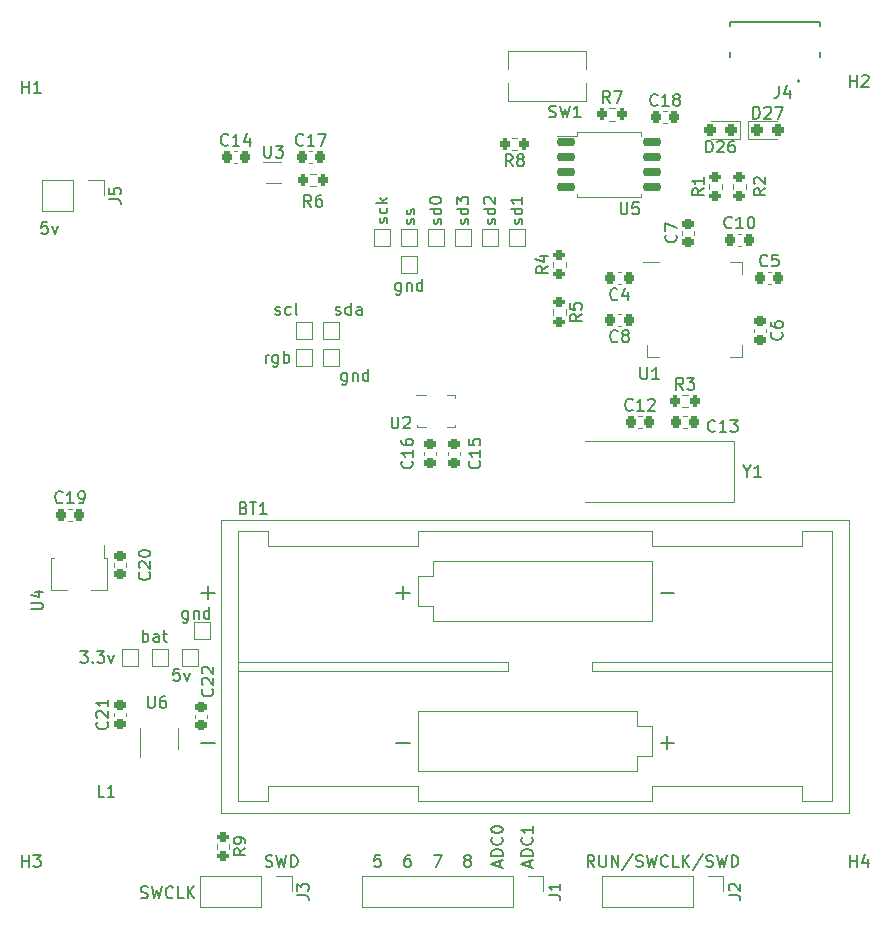
<source format=gto>
G04 #@! TF.GenerationSoftware,KiCad,Pcbnew,(6.0.5)*
G04 #@! TF.CreationDate,2023-09-12T21:56:23-04:00*
G04 #@! TF.ProjectId,control_board,636f6e74-726f-46c5-9f62-6f6172642e6b,rev?*
G04 #@! TF.SameCoordinates,Original*
G04 #@! TF.FileFunction,Legend,Top*
G04 #@! TF.FilePolarity,Positive*
%FSLAX46Y46*%
G04 Gerber Fmt 4.6, Leading zero omitted, Abs format (unit mm)*
G04 Created by KiCad (PCBNEW (6.0.5)) date 2023-09-12 21:56:23*
%MOMM*%
%LPD*%
G01*
G04 APERTURE LIST*
G04 Aperture macros list*
%AMRoundRect*
0 Rectangle with rounded corners*
0 $1 Rounding radius*
0 $2 $3 $4 $5 $6 $7 $8 $9 X,Y pos of 4 corners*
0 Add a 4 corners polygon primitive as box body*
4,1,4,$2,$3,$4,$5,$6,$7,$8,$9,$2,$3,0*
0 Add four circle primitives for the rounded corners*
1,1,$1+$1,$2,$3*
1,1,$1+$1,$4,$5*
1,1,$1+$1,$6,$7*
1,1,$1+$1,$8,$9*
0 Add four rect primitives between the rounded corners*
20,1,$1+$1,$2,$3,$4,$5,0*
20,1,$1+$1,$4,$5,$6,$7,0*
20,1,$1+$1,$6,$7,$8,$9,0*
20,1,$1+$1,$8,$9,$2,$3,0*%
%AMFreePoly0*
4,1,9,5.362500,-0.866500,1.237500,-0.866500,1.237500,-0.450000,-1.237500,-0.450000,-1.237500,0.450000,1.237500,0.450000,1.237500,0.866500,5.362500,0.866500,5.362500,-0.866500,5.362500,-0.866500,$1*%
G04 Aperture macros list end*
%ADD10C,0.150000*%
%ADD11C,0.120000*%
%ADD12C,0.127000*%
%ADD13C,0.200000*%
%ADD14C,0.100000*%
%ADD15R,1.000000X1.000000*%
%ADD16R,1.700000X1.700000*%
%ADD17O,1.700000X1.700000*%
%ADD18C,0.500000*%
%ADD19R,0.400000X1.350000*%
%ADD20R,1.900000X1.900000*%
%ADD21O,0.900000X1.800000*%
%ADD22R,1.600000X1.400000*%
%ADD23RoundRect,0.225000X-0.225000X-0.250000X0.225000X-0.250000X0.225000X0.250000X-0.225000X0.250000X0*%
%ADD24C,2.100000*%
%ADD25RoundRect,0.200000X-0.200000X-0.275000X0.200000X-0.275000X0.200000X0.275000X-0.200000X0.275000X0*%
%ADD26R,0.650000X1.560000*%
%ADD27C,3.450000*%
%ADD28R,2.000000X2.000000*%
%ADD29C,2.000000*%
%ADD30R,0.900000X2.300000*%
%ADD31FreePoly0,270.000000*%
%ADD32RoundRect,0.225000X0.250000X-0.225000X0.250000X0.225000X-0.250000X0.225000X-0.250000X-0.225000X0*%
%ADD33RoundRect,0.225000X-0.250000X0.225000X-0.250000X-0.225000X0.250000X-0.225000X0.250000X0.225000X0*%
%ADD34RoundRect,0.150000X-0.650000X-0.150000X0.650000X-0.150000X0.650000X0.150000X-0.650000X0.150000X0*%
%ADD35RoundRect,0.200000X0.200000X0.275000X-0.200000X0.275000X-0.200000X-0.275000X0.200000X-0.275000X0*%
%ADD36RoundRect,0.200000X-0.275000X0.200000X-0.275000X-0.200000X0.275000X-0.200000X0.275000X0.200000X0*%
%ADD37RoundRect,0.237500X0.287500X0.237500X-0.287500X0.237500X-0.287500X-0.237500X0.287500X-0.237500X0*%
%ADD38R,0.675000X0.250000*%
%ADD39R,0.250000X0.675000*%
%ADD40R,4.500000X2.000000*%
%ADD41RoundRect,0.225000X0.225000X0.250000X-0.225000X0.250000X-0.225000X-0.250000X0.225000X-0.250000X0*%
%ADD42O,0.875000X0.200000*%
%ADD43O,0.200000X0.875000*%
%ADD44R,3.200000X3.200000*%
%ADD45RoundRect,0.200000X0.275000X-0.200000X0.275000X0.200000X-0.275000X0.200000X-0.275000X-0.200000X0*%
%ADD46RoundRect,0.237500X-0.287500X-0.237500X0.287500X-0.237500X0.287500X0.237500X-0.287500X0.237500X0*%
%ADD47R,1.500000X4.000000*%
%ADD48R,0.700000X0.340000*%
%ADD49R,2.108200X0.558800*%
G04 APERTURE END LIST*
D10*
X106029142Y-67778380D02*
X105552952Y-67778380D01*
X105505333Y-68254571D01*
X105552952Y-68206952D01*
X105648190Y-68159333D01*
X105886285Y-68159333D01*
X105981523Y-68206952D01*
X106029142Y-68254571D01*
X106076761Y-68349809D01*
X106076761Y-68587904D01*
X106029142Y-68683142D01*
X105981523Y-68730761D01*
X105886285Y-68778380D01*
X105648190Y-68778380D01*
X105552952Y-68730761D01*
X105505333Y-68683142D01*
X106410095Y-68111714D02*
X106648190Y-68778380D01*
X106886285Y-68111714D01*
X141509761Y-121800952D02*
X141414523Y-121753333D01*
X141366904Y-121705714D01*
X141319285Y-121610476D01*
X141319285Y-121562857D01*
X141366904Y-121467619D01*
X141414523Y-121420000D01*
X141509761Y-121372380D01*
X141700238Y-121372380D01*
X141795476Y-121420000D01*
X141843095Y-121467619D01*
X141890714Y-121562857D01*
X141890714Y-121610476D01*
X141843095Y-121705714D01*
X141795476Y-121753333D01*
X141700238Y-121800952D01*
X141509761Y-121800952D01*
X141414523Y-121848571D01*
X141366904Y-121896190D01*
X141319285Y-121991428D01*
X141319285Y-122181904D01*
X141366904Y-122277142D01*
X141414523Y-122324761D01*
X141509761Y-122372380D01*
X141700238Y-122372380D01*
X141795476Y-122324761D01*
X141843095Y-122277142D01*
X141890714Y-122181904D01*
X141890714Y-121991428D01*
X141843095Y-121896190D01*
X141795476Y-121848571D01*
X141700238Y-121800952D01*
X134223095Y-121372380D02*
X133746904Y-121372380D01*
X133699285Y-121848571D01*
X133746904Y-121800952D01*
X133842142Y-121753333D01*
X134080238Y-121753333D01*
X134175476Y-121800952D01*
X134223095Y-121848571D01*
X134270714Y-121943809D01*
X134270714Y-122181904D01*
X134223095Y-122277142D01*
X134175476Y-122324761D01*
X134080238Y-122372380D01*
X133842142Y-122372380D01*
X133746904Y-122324761D01*
X133699285Y-122277142D01*
X136715476Y-121372380D02*
X136525000Y-121372380D01*
X136429761Y-121420000D01*
X136382142Y-121467619D01*
X136286904Y-121610476D01*
X136239285Y-121800952D01*
X136239285Y-122181904D01*
X136286904Y-122277142D01*
X136334523Y-122324761D01*
X136429761Y-122372380D01*
X136620238Y-122372380D01*
X136715476Y-122324761D01*
X136763095Y-122277142D01*
X136810714Y-122181904D01*
X136810714Y-121943809D01*
X136763095Y-121848571D01*
X136715476Y-121800952D01*
X136620238Y-121753333D01*
X136429761Y-121753333D01*
X136334523Y-121800952D01*
X136286904Y-121848571D01*
X136239285Y-121943809D01*
X138731666Y-121372380D02*
X139398333Y-121372380D01*
X138969761Y-122372380D01*
X152329285Y-122372380D02*
X151995952Y-121896190D01*
X151757857Y-122372380D02*
X151757857Y-121372380D01*
X152138809Y-121372380D01*
X152234047Y-121420000D01*
X152281666Y-121467619D01*
X152329285Y-121562857D01*
X152329285Y-121705714D01*
X152281666Y-121800952D01*
X152234047Y-121848571D01*
X152138809Y-121896190D01*
X151757857Y-121896190D01*
X152757857Y-121372380D02*
X152757857Y-122181904D01*
X152805476Y-122277142D01*
X152853095Y-122324761D01*
X152948333Y-122372380D01*
X153138809Y-122372380D01*
X153234047Y-122324761D01*
X153281666Y-122277142D01*
X153329285Y-122181904D01*
X153329285Y-121372380D01*
X153805476Y-122372380D02*
X153805476Y-121372380D01*
X154376904Y-122372380D01*
X154376904Y-121372380D01*
X155567380Y-121324761D02*
X154710238Y-122610476D01*
X155853095Y-122324761D02*
X155995952Y-122372380D01*
X156234047Y-122372380D01*
X156329285Y-122324761D01*
X156376904Y-122277142D01*
X156424523Y-122181904D01*
X156424523Y-122086666D01*
X156376904Y-121991428D01*
X156329285Y-121943809D01*
X156234047Y-121896190D01*
X156043571Y-121848571D01*
X155948333Y-121800952D01*
X155900714Y-121753333D01*
X155853095Y-121658095D01*
X155853095Y-121562857D01*
X155900714Y-121467619D01*
X155948333Y-121420000D01*
X156043571Y-121372380D01*
X156281666Y-121372380D01*
X156424523Y-121420000D01*
X156757857Y-121372380D02*
X156995952Y-122372380D01*
X157186428Y-121658095D01*
X157376904Y-122372380D01*
X157615000Y-121372380D01*
X158567380Y-122277142D02*
X158519761Y-122324761D01*
X158376904Y-122372380D01*
X158281666Y-122372380D01*
X158138809Y-122324761D01*
X158043571Y-122229523D01*
X157995952Y-122134285D01*
X157948333Y-121943809D01*
X157948333Y-121800952D01*
X157995952Y-121610476D01*
X158043571Y-121515238D01*
X158138809Y-121420000D01*
X158281666Y-121372380D01*
X158376904Y-121372380D01*
X158519761Y-121420000D01*
X158567380Y-121467619D01*
X159472142Y-122372380D02*
X158995952Y-122372380D01*
X158995952Y-121372380D01*
X159805476Y-122372380D02*
X159805476Y-121372380D01*
X160376904Y-122372380D02*
X159948333Y-121800952D01*
X160376904Y-121372380D02*
X159805476Y-121943809D01*
X161519761Y-121324761D02*
X160662619Y-122610476D01*
X161805476Y-122324761D02*
X161948333Y-122372380D01*
X162186428Y-122372380D01*
X162281666Y-122324761D01*
X162329285Y-122277142D01*
X162376904Y-122181904D01*
X162376904Y-122086666D01*
X162329285Y-121991428D01*
X162281666Y-121943809D01*
X162186428Y-121896190D01*
X161995952Y-121848571D01*
X161900714Y-121800952D01*
X161853095Y-121753333D01*
X161805476Y-121658095D01*
X161805476Y-121562857D01*
X161853095Y-121467619D01*
X161900714Y-121420000D01*
X161995952Y-121372380D01*
X162234047Y-121372380D01*
X162376904Y-121420000D01*
X162710238Y-121372380D02*
X162948333Y-122372380D01*
X163138809Y-121658095D01*
X163329285Y-122372380D01*
X163567380Y-121372380D01*
X163948333Y-122372380D02*
X163948333Y-121372380D01*
X164186428Y-121372380D01*
X164329285Y-121420000D01*
X164424523Y-121515238D01*
X164472142Y-121610476D01*
X164519761Y-121800952D01*
X164519761Y-121943809D01*
X164472142Y-122134285D01*
X164424523Y-122229523D01*
X164329285Y-122324761D01*
X164186428Y-122372380D01*
X163948333Y-122372380D01*
X113943095Y-124991761D02*
X114085952Y-125039380D01*
X114324047Y-125039380D01*
X114419285Y-124991761D01*
X114466904Y-124944142D01*
X114514523Y-124848904D01*
X114514523Y-124753666D01*
X114466904Y-124658428D01*
X114419285Y-124610809D01*
X114324047Y-124563190D01*
X114133571Y-124515571D01*
X114038333Y-124467952D01*
X113990714Y-124420333D01*
X113943095Y-124325095D01*
X113943095Y-124229857D01*
X113990714Y-124134619D01*
X114038333Y-124087000D01*
X114133571Y-124039380D01*
X114371666Y-124039380D01*
X114514523Y-124087000D01*
X114847857Y-124039380D02*
X115085952Y-125039380D01*
X115276428Y-124325095D01*
X115466904Y-125039380D01*
X115705000Y-124039380D01*
X116657380Y-124944142D02*
X116609761Y-124991761D01*
X116466904Y-125039380D01*
X116371666Y-125039380D01*
X116228809Y-124991761D01*
X116133571Y-124896523D01*
X116085952Y-124801285D01*
X116038333Y-124610809D01*
X116038333Y-124467952D01*
X116085952Y-124277476D01*
X116133571Y-124182238D01*
X116228809Y-124087000D01*
X116371666Y-124039380D01*
X116466904Y-124039380D01*
X116609761Y-124087000D01*
X116657380Y-124134619D01*
X117562142Y-125039380D02*
X117085952Y-125039380D01*
X117085952Y-124039380D01*
X117895476Y-125039380D02*
X117895476Y-124039380D01*
X118466904Y-125039380D02*
X118038333Y-124467952D01*
X118466904Y-124039380D02*
X117895476Y-124610809D01*
X124507857Y-122324761D02*
X124650714Y-122372380D01*
X124888809Y-122372380D01*
X124984047Y-122324761D01*
X125031666Y-122277142D01*
X125079285Y-122181904D01*
X125079285Y-122086666D01*
X125031666Y-121991428D01*
X124984047Y-121943809D01*
X124888809Y-121896190D01*
X124698333Y-121848571D01*
X124603095Y-121800952D01*
X124555476Y-121753333D01*
X124507857Y-121658095D01*
X124507857Y-121562857D01*
X124555476Y-121467619D01*
X124603095Y-121420000D01*
X124698333Y-121372380D01*
X124936428Y-121372380D01*
X125079285Y-121420000D01*
X125412619Y-121372380D02*
X125650714Y-122372380D01*
X125841190Y-121658095D01*
X126031666Y-122372380D01*
X126269761Y-121372380D01*
X126650714Y-122372380D02*
X126650714Y-121372380D01*
X126888809Y-121372380D01*
X127031666Y-121420000D01*
X127126904Y-121515238D01*
X127174523Y-121610476D01*
X127222142Y-121800952D01*
X127222142Y-121943809D01*
X127174523Y-122134285D01*
X127126904Y-122229523D01*
X127031666Y-122324761D01*
X126888809Y-122372380D01*
X126650714Y-122372380D01*
X144311666Y-122364285D02*
X144311666Y-121888095D01*
X144597380Y-122459523D02*
X143597380Y-122126190D01*
X144597380Y-121792857D01*
X144597380Y-121459523D02*
X143597380Y-121459523D01*
X143597380Y-121221428D01*
X143645000Y-121078571D01*
X143740238Y-120983333D01*
X143835476Y-120935714D01*
X144025952Y-120888095D01*
X144168809Y-120888095D01*
X144359285Y-120935714D01*
X144454523Y-120983333D01*
X144549761Y-121078571D01*
X144597380Y-121221428D01*
X144597380Y-121459523D01*
X144502142Y-119888095D02*
X144549761Y-119935714D01*
X144597380Y-120078571D01*
X144597380Y-120173809D01*
X144549761Y-120316666D01*
X144454523Y-120411904D01*
X144359285Y-120459523D01*
X144168809Y-120507142D01*
X144025952Y-120507142D01*
X143835476Y-120459523D01*
X143740238Y-120411904D01*
X143645000Y-120316666D01*
X143597380Y-120173809D01*
X143597380Y-120078571D01*
X143645000Y-119935714D01*
X143692619Y-119888095D01*
X143597380Y-119269047D02*
X143597380Y-119173809D01*
X143645000Y-119078571D01*
X143692619Y-119030952D01*
X143787857Y-118983333D01*
X143978333Y-118935714D01*
X144216428Y-118935714D01*
X144406904Y-118983333D01*
X144502142Y-119030952D01*
X144549761Y-119078571D01*
X144597380Y-119173809D01*
X144597380Y-119269047D01*
X144549761Y-119364285D01*
X144502142Y-119411904D01*
X144406904Y-119459523D01*
X144216428Y-119507142D01*
X143978333Y-119507142D01*
X143787857Y-119459523D01*
X143692619Y-119411904D01*
X143645000Y-119364285D01*
X143597380Y-119269047D01*
X146851666Y-122364285D02*
X146851666Y-121888095D01*
X147137380Y-122459523D02*
X146137380Y-122126190D01*
X147137380Y-121792857D01*
X147137380Y-121459523D02*
X146137380Y-121459523D01*
X146137380Y-121221428D01*
X146185000Y-121078571D01*
X146280238Y-120983333D01*
X146375476Y-120935714D01*
X146565952Y-120888095D01*
X146708809Y-120888095D01*
X146899285Y-120935714D01*
X146994523Y-120983333D01*
X147089761Y-121078571D01*
X147137380Y-121221428D01*
X147137380Y-121459523D01*
X147042142Y-119888095D02*
X147089761Y-119935714D01*
X147137380Y-120078571D01*
X147137380Y-120173809D01*
X147089761Y-120316666D01*
X146994523Y-120411904D01*
X146899285Y-120459523D01*
X146708809Y-120507142D01*
X146565952Y-120507142D01*
X146375476Y-120459523D01*
X146280238Y-120411904D01*
X146185000Y-120316666D01*
X146137380Y-120173809D01*
X146137380Y-120078571D01*
X146185000Y-119935714D01*
X146232619Y-119888095D01*
X147137380Y-118935714D02*
X147137380Y-119507142D01*
X147137380Y-119221428D02*
X146137380Y-119221428D01*
X146280238Y-119316666D01*
X146375476Y-119411904D01*
X146423095Y-119507142D01*
X131389523Y-80557714D02*
X131389523Y-81367238D01*
X131341904Y-81462476D01*
X131294285Y-81510095D01*
X131199047Y-81557714D01*
X131056190Y-81557714D01*
X130960952Y-81510095D01*
X131389523Y-81176761D02*
X131294285Y-81224380D01*
X131103809Y-81224380D01*
X131008571Y-81176761D01*
X130960952Y-81129142D01*
X130913333Y-81033904D01*
X130913333Y-80748190D01*
X130960952Y-80652952D01*
X131008571Y-80605333D01*
X131103809Y-80557714D01*
X131294285Y-80557714D01*
X131389523Y-80605333D01*
X131865714Y-80557714D02*
X131865714Y-81224380D01*
X131865714Y-80652952D02*
X131913333Y-80605333D01*
X132008571Y-80557714D01*
X132151428Y-80557714D01*
X132246666Y-80605333D01*
X132294285Y-80700571D01*
X132294285Y-81224380D01*
X133199047Y-81224380D02*
X133199047Y-80224380D01*
X133199047Y-81176761D02*
X133103809Y-81224380D01*
X132913333Y-81224380D01*
X132818095Y-81176761D01*
X132770476Y-81129142D01*
X132722857Y-81033904D01*
X132722857Y-80748190D01*
X132770476Y-80652952D01*
X132818095Y-80605333D01*
X132913333Y-80557714D01*
X133103809Y-80557714D01*
X133199047Y-80605333D01*
X135961523Y-72937714D02*
X135961523Y-73747238D01*
X135913904Y-73842476D01*
X135866285Y-73890095D01*
X135771047Y-73937714D01*
X135628190Y-73937714D01*
X135532952Y-73890095D01*
X135961523Y-73556761D02*
X135866285Y-73604380D01*
X135675809Y-73604380D01*
X135580571Y-73556761D01*
X135532952Y-73509142D01*
X135485333Y-73413904D01*
X135485333Y-73128190D01*
X135532952Y-73032952D01*
X135580571Y-72985333D01*
X135675809Y-72937714D01*
X135866285Y-72937714D01*
X135961523Y-72985333D01*
X136437714Y-72937714D02*
X136437714Y-73604380D01*
X136437714Y-73032952D02*
X136485333Y-72985333D01*
X136580571Y-72937714D01*
X136723428Y-72937714D01*
X136818666Y-72985333D01*
X136866285Y-73080571D01*
X136866285Y-73604380D01*
X137771047Y-73604380D02*
X137771047Y-72604380D01*
X137771047Y-73556761D02*
X137675809Y-73604380D01*
X137485333Y-73604380D01*
X137390095Y-73556761D01*
X137342476Y-73509142D01*
X137294857Y-73413904D01*
X137294857Y-73128190D01*
X137342476Y-73032952D01*
X137390095Y-72985333D01*
X137485333Y-72937714D01*
X137675809Y-72937714D01*
X137771047Y-72985333D01*
X117927523Y-100699714D02*
X117927523Y-101509238D01*
X117879904Y-101604476D01*
X117832285Y-101652095D01*
X117737047Y-101699714D01*
X117594190Y-101699714D01*
X117498952Y-101652095D01*
X117927523Y-101318761D02*
X117832285Y-101366380D01*
X117641809Y-101366380D01*
X117546571Y-101318761D01*
X117498952Y-101271142D01*
X117451333Y-101175904D01*
X117451333Y-100890190D01*
X117498952Y-100794952D01*
X117546571Y-100747333D01*
X117641809Y-100699714D01*
X117832285Y-100699714D01*
X117927523Y-100747333D01*
X118403714Y-100699714D02*
X118403714Y-101366380D01*
X118403714Y-100794952D02*
X118451333Y-100747333D01*
X118546571Y-100699714D01*
X118689428Y-100699714D01*
X118784666Y-100747333D01*
X118832285Y-100842571D01*
X118832285Y-101366380D01*
X119737047Y-101366380D02*
X119737047Y-100366380D01*
X119737047Y-101318761D02*
X119641809Y-101366380D01*
X119451333Y-101366380D01*
X119356095Y-101318761D01*
X119308476Y-101271142D01*
X119260857Y-101175904D01*
X119260857Y-100890190D01*
X119308476Y-100794952D01*
X119356095Y-100747333D01*
X119451333Y-100699714D01*
X119641809Y-100699714D01*
X119737047Y-100747333D01*
X108807428Y-104100380D02*
X109426476Y-104100380D01*
X109093142Y-104481333D01*
X109236000Y-104481333D01*
X109331238Y-104528952D01*
X109378857Y-104576571D01*
X109426476Y-104671809D01*
X109426476Y-104909904D01*
X109378857Y-105005142D01*
X109331238Y-105052761D01*
X109236000Y-105100380D01*
X108950285Y-105100380D01*
X108855047Y-105052761D01*
X108807428Y-105005142D01*
X109855047Y-105005142D02*
X109902666Y-105052761D01*
X109855047Y-105100380D01*
X109807428Y-105052761D01*
X109855047Y-105005142D01*
X109855047Y-105100380D01*
X110236000Y-104100380D02*
X110855047Y-104100380D01*
X110521714Y-104481333D01*
X110664571Y-104481333D01*
X110759809Y-104528952D01*
X110807428Y-104576571D01*
X110855047Y-104671809D01*
X110855047Y-104909904D01*
X110807428Y-105005142D01*
X110759809Y-105052761D01*
X110664571Y-105100380D01*
X110378857Y-105100380D01*
X110283619Y-105052761D01*
X110236000Y-105005142D01*
X111188380Y-104433714D02*
X111426476Y-105100380D01*
X111664571Y-104433714D01*
X117205142Y-105624380D02*
X116728952Y-105624380D01*
X116681333Y-106100571D01*
X116728952Y-106052952D01*
X116824190Y-106005333D01*
X117062285Y-106005333D01*
X117157523Y-106052952D01*
X117205142Y-106100571D01*
X117252761Y-106195809D01*
X117252761Y-106433904D01*
X117205142Y-106529142D01*
X117157523Y-106576761D01*
X117062285Y-106624380D01*
X116824190Y-106624380D01*
X116728952Y-106576761D01*
X116681333Y-106529142D01*
X117586095Y-105957714D02*
X117824190Y-106624380D01*
X118062285Y-105957714D01*
X114109619Y-103322380D02*
X114109619Y-102322380D01*
X114109619Y-102703333D02*
X114204857Y-102655714D01*
X114395333Y-102655714D01*
X114490571Y-102703333D01*
X114538190Y-102750952D01*
X114585809Y-102846190D01*
X114585809Y-103131904D01*
X114538190Y-103227142D01*
X114490571Y-103274761D01*
X114395333Y-103322380D01*
X114204857Y-103322380D01*
X114109619Y-103274761D01*
X115442952Y-103322380D02*
X115442952Y-102798571D01*
X115395333Y-102703333D01*
X115300095Y-102655714D01*
X115109619Y-102655714D01*
X115014380Y-102703333D01*
X115442952Y-103274761D02*
X115347714Y-103322380D01*
X115109619Y-103322380D01*
X115014380Y-103274761D01*
X114966761Y-103179523D01*
X114966761Y-103084285D01*
X115014380Y-102989047D01*
X115109619Y-102941428D01*
X115347714Y-102941428D01*
X115442952Y-102893809D01*
X115776285Y-102655714D02*
X116157238Y-102655714D01*
X115919142Y-102322380D02*
X115919142Y-103179523D01*
X115966761Y-103274761D01*
X116062000Y-103322380D01*
X116157238Y-103322380D01*
X125333238Y-75588761D02*
X125428476Y-75636380D01*
X125618952Y-75636380D01*
X125714190Y-75588761D01*
X125761809Y-75493523D01*
X125761809Y-75445904D01*
X125714190Y-75350666D01*
X125618952Y-75303047D01*
X125476095Y-75303047D01*
X125380857Y-75255428D01*
X125333238Y-75160190D01*
X125333238Y-75112571D01*
X125380857Y-75017333D01*
X125476095Y-74969714D01*
X125618952Y-74969714D01*
X125714190Y-75017333D01*
X126618952Y-75588761D02*
X126523714Y-75636380D01*
X126333238Y-75636380D01*
X126238000Y-75588761D01*
X126190380Y-75541142D01*
X126142761Y-75445904D01*
X126142761Y-75160190D01*
X126190380Y-75064952D01*
X126238000Y-75017333D01*
X126333238Y-74969714D01*
X126523714Y-74969714D01*
X126618952Y-75017333D01*
X127190380Y-75636380D02*
X127095142Y-75588761D01*
X127047523Y-75493523D01*
X127047523Y-74636380D01*
X130452952Y-75588761D02*
X130548190Y-75636380D01*
X130738666Y-75636380D01*
X130833904Y-75588761D01*
X130881523Y-75493523D01*
X130881523Y-75445904D01*
X130833904Y-75350666D01*
X130738666Y-75303047D01*
X130595809Y-75303047D01*
X130500571Y-75255428D01*
X130452952Y-75160190D01*
X130452952Y-75112571D01*
X130500571Y-75017333D01*
X130595809Y-74969714D01*
X130738666Y-74969714D01*
X130833904Y-75017333D01*
X131738666Y-75636380D02*
X131738666Y-74636380D01*
X131738666Y-75588761D02*
X131643428Y-75636380D01*
X131452952Y-75636380D01*
X131357714Y-75588761D01*
X131310095Y-75541142D01*
X131262476Y-75445904D01*
X131262476Y-75160190D01*
X131310095Y-75064952D01*
X131357714Y-75017333D01*
X131452952Y-74969714D01*
X131643428Y-74969714D01*
X131738666Y-75017333D01*
X132643428Y-75636380D02*
X132643428Y-75112571D01*
X132595809Y-75017333D01*
X132500571Y-74969714D01*
X132310095Y-74969714D01*
X132214857Y-75017333D01*
X132643428Y-75588761D02*
X132548190Y-75636380D01*
X132310095Y-75636380D01*
X132214857Y-75588761D01*
X132167238Y-75493523D01*
X132167238Y-75398285D01*
X132214857Y-75303047D01*
X132310095Y-75255428D01*
X132548190Y-75255428D01*
X132643428Y-75207809D01*
X134770761Y-67849619D02*
X134818380Y-67754380D01*
X134818380Y-67563904D01*
X134770761Y-67468666D01*
X134675523Y-67421047D01*
X134627904Y-67421047D01*
X134532666Y-67468666D01*
X134485047Y-67563904D01*
X134485047Y-67706761D01*
X134437428Y-67802000D01*
X134342190Y-67849619D01*
X134294571Y-67849619D01*
X134199333Y-67802000D01*
X134151714Y-67706761D01*
X134151714Y-67563904D01*
X134199333Y-67468666D01*
X134770761Y-66563904D02*
X134818380Y-66659142D01*
X134818380Y-66849619D01*
X134770761Y-66944857D01*
X134723142Y-66992476D01*
X134627904Y-67040095D01*
X134342190Y-67040095D01*
X134246952Y-66992476D01*
X134199333Y-66944857D01*
X134151714Y-66849619D01*
X134151714Y-66659142D01*
X134199333Y-66563904D01*
X134818380Y-66135333D02*
X133818380Y-66135333D01*
X134437428Y-66040095D02*
X134818380Y-65754380D01*
X134151714Y-65754380D02*
X134532666Y-66135333D01*
X141628761Y-67944857D02*
X141676380Y-67849619D01*
X141676380Y-67659142D01*
X141628761Y-67563904D01*
X141533523Y-67516285D01*
X141485904Y-67516285D01*
X141390666Y-67563904D01*
X141343047Y-67659142D01*
X141343047Y-67802000D01*
X141295428Y-67897238D01*
X141200190Y-67944857D01*
X141152571Y-67944857D01*
X141057333Y-67897238D01*
X141009714Y-67802000D01*
X141009714Y-67659142D01*
X141057333Y-67563904D01*
X141676380Y-66659142D02*
X140676380Y-66659142D01*
X141628761Y-66659142D02*
X141676380Y-66754380D01*
X141676380Y-66944857D01*
X141628761Y-67040095D01*
X141581142Y-67087714D01*
X141485904Y-67135333D01*
X141200190Y-67135333D01*
X141104952Y-67087714D01*
X141057333Y-67040095D01*
X141009714Y-66944857D01*
X141009714Y-66754380D01*
X141057333Y-66659142D01*
X140676380Y-66278190D02*
X140676380Y-65659142D01*
X141057333Y-65992476D01*
X141057333Y-65849619D01*
X141104952Y-65754380D01*
X141152571Y-65706761D01*
X141247809Y-65659142D01*
X141485904Y-65659142D01*
X141581142Y-65706761D01*
X141628761Y-65754380D01*
X141676380Y-65849619D01*
X141676380Y-66135333D01*
X141628761Y-66230571D01*
X141581142Y-66278190D01*
X143914761Y-67944857D02*
X143962380Y-67849619D01*
X143962380Y-67659142D01*
X143914761Y-67563904D01*
X143819523Y-67516285D01*
X143771904Y-67516285D01*
X143676666Y-67563904D01*
X143629047Y-67659142D01*
X143629047Y-67802000D01*
X143581428Y-67897238D01*
X143486190Y-67944857D01*
X143438571Y-67944857D01*
X143343333Y-67897238D01*
X143295714Y-67802000D01*
X143295714Y-67659142D01*
X143343333Y-67563904D01*
X143962380Y-66659142D02*
X142962380Y-66659142D01*
X143914761Y-66659142D02*
X143962380Y-66754380D01*
X143962380Y-66944857D01*
X143914761Y-67040095D01*
X143867142Y-67087714D01*
X143771904Y-67135333D01*
X143486190Y-67135333D01*
X143390952Y-67087714D01*
X143343333Y-67040095D01*
X143295714Y-66944857D01*
X143295714Y-66754380D01*
X143343333Y-66659142D01*
X143057619Y-66230571D02*
X143010000Y-66182952D01*
X142962380Y-66087714D01*
X142962380Y-65849619D01*
X143010000Y-65754380D01*
X143057619Y-65706761D01*
X143152857Y-65659142D01*
X143248095Y-65659142D01*
X143390952Y-65706761D01*
X143962380Y-66278190D01*
X143962380Y-65659142D01*
X146200761Y-67944857D02*
X146248380Y-67849619D01*
X146248380Y-67659142D01*
X146200761Y-67563904D01*
X146105523Y-67516285D01*
X146057904Y-67516285D01*
X145962666Y-67563904D01*
X145915047Y-67659142D01*
X145915047Y-67802000D01*
X145867428Y-67897238D01*
X145772190Y-67944857D01*
X145724571Y-67944857D01*
X145629333Y-67897238D01*
X145581714Y-67802000D01*
X145581714Y-67659142D01*
X145629333Y-67563904D01*
X146248380Y-66659142D02*
X145248380Y-66659142D01*
X146200761Y-66659142D02*
X146248380Y-66754380D01*
X146248380Y-66944857D01*
X146200761Y-67040095D01*
X146153142Y-67087714D01*
X146057904Y-67135333D01*
X145772190Y-67135333D01*
X145676952Y-67087714D01*
X145629333Y-67040095D01*
X145581714Y-66944857D01*
X145581714Y-66754380D01*
X145629333Y-66659142D01*
X146248380Y-65659142D02*
X146248380Y-66230571D01*
X146248380Y-65944857D02*
X145248380Y-65944857D01*
X145391238Y-66040095D01*
X145486476Y-66135333D01*
X145534095Y-66230571D01*
X139342761Y-67944857D02*
X139390380Y-67849619D01*
X139390380Y-67659142D01*
X139342761Y-67563904D01*
X139247523Y-67516285D01*
X139199904Y-67516285D01*
X139104666Y-67563904D01*
X139057047Y-67659142D01*
X139057047Y-67802000D01*
X139009428Y-67897238D01*
X138914190Y-67944857D01*
X138866571Y-67944857D01*
X138771333Y-67897238D01*
X138723714Y-67802000D01*
X138723714Y-67659142D01*
X138771333Y-67563904D01*
X139390380Y-66659142D02*
X138390380Y-66659142D01*
X139342761Y-66659142D02*
X139390380Y-66754380D01*
X139390380Y-66944857D01*
X139342761Y-67040095D01*
X139295142Y-67087714D01*
X139199904Y-67135333D01*
X138914190Y-67135333D01*
X138818952Y-67087714D01*
X138771333Y-67040095D01*
X138723714Y-66944857D01*
X138723714Y-66754380D01*
X138771333Y-66659142D01*
X138390380Y-65992476D02*
X138390380Y-65897238D01*
X138438000Y-65802000D01*
X138485619Y-65754380D01*
X138580857Y-65706761D01*
X138771333Y-65659142D01*
X139009428Y-65659142D01*
X139199904Y-65706761D01*
X139295142Y-65754380D01*
X139342761Y-65802000D01*
X139390380Y-65897238D01*
X139390380Y-65992476D01*
X139342761Y-66087714D01*
X139295142Y-66135333D01*
X139199904Y-66182952D01*
X139009428Y-66230571D01*
X138771333Y-66230571D01*
X138580857Y-66182952D01*
X138485619Y-66135333D01*
X138438000Y-66087714D01*
X138390380Y-65992476D01*
X137056761Y-67929047D02*
X137104380Y-67833809D01*
X137104380Y-67643333D01*
X137056761Y-67548095D01*
X136961523Y-67500476D01*
X136913904Y-67500476D01*
X136818666Y-67548095D01*
X136771047Y-67643333D01*
X136771047Y-67786190D01*
X136723428Y-67881428D01*
X136628190Y-67929047D01*
X136580571Y-67929047D01*
X136485333Y-67881428D01*
X136437714Y-67786190D01*
X136437714Y-67643333D01*
X136485333Y-67548095D01*
X137056761Y-67119523D02*
X137104380Y-67024285D01*
X137104380Y-66833809D01*
X137056761Y-66738571D01*
X136961523Y-66690952D01*
X136913904Y-66690952D01*
X136818666Y-66738571D01*
X136771047Y-66833809D01*
X136771047Y-66976666D01*
X136723428Y-67071904D01*
X136628190Y-67119523D01*
X136580571Y-67119523D01*
X136485333Y-67071904D01*
X136437714Y-66976666D01*
X136437714Y-66833809D01*
X136485333Y-66738571D01*
X124499809Y-79700380D02*
X124499809Y-79033714D01*
X124499809Y-79224190D02*
X124547428Y-79128952D01*
X124595047Y-79081333D01*
X124690285Y-79033714D01*
X124785523Y-79033714D01*
X125547428Y-79033714D02*
X125547428Y-79843238D01*
X125499809Y-79938476D01*
X125452190Y-79986095D01*
X125356952Y-80033714D01*
X125214095Y-80033714D01*
X125118857Y-79986095D01*
X125547428Y-79652761D02*
X125452190Y-79700380D01*
X125261714Y-79700380D01*
X125166476Y-79652761D01*
X125118857Y-79605142D01*
X125071238Y-79509904D01*
X125071238Y-79224190D01*
X125118857Y-79128952D01*
X125166476Y-79081333D01*
X125261714Y-79033714D01*
X125452190Y-79033714D01*
X125547428Y-79081333D01*
X126023619Y-79700380D02*
X126023619Y-78700380D01*
X126023619Y-79081333D02*
X126118857Y-79033714D01*
X126309333Y-79033714D01*
X126404571Y-79081333D01*
X126452190Y-79128952D01*
X126499809Y-79224190D01*
X126499809Y-79509904D01*
X126452190Y-79605142D01*
X126404571Y-79652761D01*
X126309333Y-79700380D01*
X126118857Y-79700380D01*
X126023619Y-79652761D01*
X163707380Y-124793333D02*
X164421666Y-124793333D01*
X164564523Y-124840952D01*
X164659761Y-124936190D01*
X164707380Y-125079047D01*
X164707380Y-125174285D01*
X163802619Y-124364761D02*
X163755000Y-124317142D01*
X163707380Y-124221904D01*
X163707380Y-123983809D01*
X163755000Y-123888571D01*
X163802619Y-123840952D01*
X163897857Y-123793333D01*
X163993095Y-123793333D01*
X164135952Y-123840952D01*
X164707380Y-124412380D01*
X164707380Y-123793333D01*
X167964326Y-56265300D02*
X167964326Y-56979586D01*
X167916707Y-57122443D01*
X167821469Y-57217681D01*
X167678612Y-57265300D01*
X167583374Y-57265300D01*
X168869088Y-56598634D02*
X168869088Y-57265300D01*
X168630993Y-56217681D02*
X168392898Y-56931967D01*
X169011945Y-56931967D01*
X155567142Y-83666142D02*
X155519523Y-83713761D01*
X155376666Y-83761380D01*
X155281428Y-83761380D01*
X155138571Y-83713761D01*
X155043333Y-83618523D01*
X154995714Y-83523285D01*
X154948095Y-83332809D01*
X154948095Y-83189952D01*
X154995714Y-82999476D01*
X155043333Y-82904238D01*
X155138571Y-82809000D01*
X155281428Y-82761380D01*
X155376666Y-82761380D01*
X155519523Y-82809000D01*
X155567142Y-82856619D01*
X156519523Y-83761380D02*
X155948095Y-83761380D01*
X156233809Y-83761380D02*
X156233809Y-82761380D01*
X156138571Y-82904238D01*
X156043333Y-82999476D01*
X155948095Y-83047095D01*
X156900476Y-82856619D02*
X156948095Y-82809000D01*
X157043333Y-82761380D01*
X157281428Y-82761380D01*
X157376666Y-82809000D01*
X157424285Y-82856619D01*
X157471904Y-82951857D01*
X157471904Y-83047095D01*
X157424285Y-83189952D01*
X156852857Y-83761380D01*
X157471904Y-83761380D01*
X157682642Y-57854642D02*
X157635023Y-57902261D01*
X157492166Y-57949880D01*
X157396928Y-57949880D01*
X157254071Y-57902261D01*
X157158833Y-57807023D01*
X157111214Y-57711785D01*
X157063595Y-57521309D01*
X157063595Y-57378452D01*
X157111214Y-57187976D01*
X157158833Y-57092738D01*
X157254071Y-56997500D01*
X157396928Y-56949880D01*
X157492166Y-56949880D01*
X157635023Y-56997500D01*
X157682642Y-57045119D01*
X158635023Y-57949880D02*
X158063595Y-57949880D01*
X158349309Y-57949880D02*
X158349309Y-56949880D01*
X158254071Y-57092738D01*
X158158833Y-57187976D01*
X158063595Y-57235595D01*
X159206452Y-57378452D02*
X159111214Y-57330833D01*
X159063595Y-57283214D01*
X159015976Y-57187976D01*
X159015976Y-57140357D01*
X159063595Y-57045119D01*
X159111214Y-56997500D01*
X159206452Y-56949880D01*
X159396928Y-56949880D01*
X159492166Y-56997500D01*
X159539785Y-57045119D01*
X159587404Y-57140357D01*
X159587404Y-57187976D01*
X159539785Y-57283214D01*
X159492166Y-57330833D01*
X159396928Y-57378452D01*
X159206452Y-57378452D01*
X159111214Y-57426071D01*
X159063595Y-57473690D01*
X159015976Y-57568928D01*
X159015976Y-57759404D01*
X159063595Y-57854642D01*
X159111214Y-57902261D01*
X159206452Y-57949880D01*
X159396928Y-57949880D01*
X159492166Y-57902261D01*
X159539785Y-57854642D01*
X159587404Y-57759404D01*
X159587404Y-57568928D01*
X159539785Y-57473690D01*
X159492166Y-57426071D01*
X159396928Y-57378452D01*
X107307142Y-91489642D02*
X107259523Y-91537261D01*
X107116666Y-91584880D01*
X107021428Y-91584880D01*
X106878571Y-91537261D01*
X106783333Y-91442023D01*
X106735714Y-91346785D01*
X106688095Y-91156309D01*
X106688095Y-91013452D01*
X106735714Y-90822976D01*
X106783333Y-90727738D01*
X106878571Y-90632500D01*
X107021428Y-90584880D01*
X107116666Y-90584880D01*
X107259523Y-90632500D01*
X107307142Y-90680119D01*
X108259523Y-91584880D02*
X107688095Y-91584880D01*
X107973809Y-91584880D02*
X107973809Y-90584880D01*
X107878571Y-90727738D01*
X107783333Y-90822976D01*
X107688095Y-90870595D01*
X108735714Y-91584880D02*
X108926190Y-91584880D01*
X109021428Y-91537261D01*
X109069047Y-91489642D01*
X109164285Y-91346785D01*
X109211904Y-91156309D01*
X109211904Y-90775357D01*
X109164285Y-90680119D01*
X109116666Y-90632500D01*
X109021428Y-90584880D01*
X108830952Y-90584880D01*
X108735714Y-90632500D01*
X108688095Y-90680119D01*
X108640476Y-90775357D01*
X108640476Y-91013452D01*
X108688095Y-91108690D01*
X108735714Y-91156309D01*
X108830952Y-91203928D01*
X109021428Y-91203928D01*
X109116666Y-91156309D01*
X109164285Y-91108690D01*
X109211904Y-91013452D01*
X173990095Y-56332380D02*
X173990095Y-55332380D01*
X173990095Y-55808571D02*
X174561523Y-55808571D01*
X174561523Y-56332380D02*
X174561523Y-55332380D01*
X174990095Y-55427619D02*
X175037714Y-55380000D01*
X175132952Y-55332380D01*
X175371047Y-55332380D01*
X175466285Y-55380000D01*
X175513904Y-55427619D01*
X175561523Y-55522857D01*
X175561523Y-55618095D01*
X175513904Y-55760952D01*
X174942476Y-56332380D01*
X175561523Y-56332380D01*
X166981333Y-71440642D02*
X166933714Y-71488261D01*
X166790857Y-71535880D01*
X166695619Y-71535880D01*
X166552761Y-71488261D01*
X166457523Y-71393023D01*
X166409904Y-71297785D01*
X166362285Y-71107309D01*
X166362285Y-70964452D01*
X166409904Y-70773976D01*
X166457523Y-70678738D01*
X166552761Y-70583500D01*
X166695619Y-70535880D01*
X166790857Y-70535880D01*
X166933714Y-70583500D01*
X166981333Y-70631119D01*
X167886095Y-70535880D02*
X167409904Y-70535880D01*
X167362285Y-71012071D01*
X167409904Y-70964452D01*
X167505142Y-70916833D01*
X167743238Y-70916833D01*
X167838476Y-70964452D01*
X167886095Y-71012071D01*
X167933714Y-71107309D01*
X167933714Y-71345404D01*
X167886095Y-71440642D01*
X167838476Y-71488261D01*
X167743238Y-71535880D01*
X167505142Y-71535880D01*
X167409904Y-71488261D01*
X167362285Y-71440642D01*
X128364783Y-66492380D02*
X128031450Y-66016190D01*
X127793354Y-66492380D02*
X127793354Y-65492380D01*
X128174307Y-65492380D01*
X128269545Y-65540000D01*
X128317164Y-65587619D01*
X128364783Y-65682857D01*
X128364783Y-65825714D01*
X128317164Y-65920952D01*
X128269545Y-65968571D01*
X128174307Y-66016190D01*
X127793354Y-66016190D01*
X129221926Y-65492380D02*
X129031450Y-65492380D01*
X128936211Y-65540000D01*
X128888592Y-65587619D01*
X128793354Y-65730476D01*
X128745735Y-65920952D01*
X128745735Y-66301904D01*
X128793354Y-66397142D01*
X128840973Y-66444761D01*
X128936211Y-66492380D01*
X129126688Y-66492380D01*
X129221926Y-66444761D01*
X129269545Y-66397142D01*
X129317164Y-66301904D01*
X129317164Y-66063809D01*
X129269545Y-65968571D01*
X129221926Y-65920952D01*
X129126688Y-65873333D01*
X128936211Y-65873333D01*
X128840973Y-65920952D01*
X128793354Y-65968571D01*
X128745735Y-66063809D01*
X114537695Y-107935780D02*
X114537695Y-108745304D01*
X114585314Y-108840542D01*
X114632933Y-108888161D01*
X114728171Y-108935780D01*
X114918647Y-108935780D01*
X115013885Y-108888161D01*
X115061504Y-108840542D01*
X115109123Y-108745304D01*
X115109123Y-107935780D01*
X116013885Y-107935780D02*
X115823409Y-107935780D01*
X115728171Y-107983400D01*
X115680552Y-108031019D01*
X115585314Y-108173876D01*
X115537695Y-108364352D01*
X115537695Y-108745304D01*
X115585314Y-108840542D01*
X115632933Y-108888161D01*
X115728171Y-108935780D01*
X115918647Y-108935780D01*
X116013885Y-108888161D01*
X116061504Y-108840542D01*
X116109123Y-108745304D01*
X116109123Y-108507209D01*
X116061504Y-108411971D01*
X116013885Y-108364352D01*
X115918647Y-108316733D01*
X115728171Y-108316733D01*
X115632933Y-108364352D01*
X115585314Y-108411971D01*
X115537695Y-108507209D01*
X122634285Y-91988571D02*
X122777142Y-92036190D01*
X122824761Y-92083809D01*
X122872380Y-92179047D01*
X122872380Y-92321904D01*
X122824761Y-92417142D01*
X122777142Y-92464761D01*
X122681904Y-92512380D01*
X122300952Y-92512380D01*
X122300952Y-91512380D01*
X122634285Y-91512380D01*
X122729523Y-91560000D01*
X122777142Y-91607619D01*
X122824761Y-91702857D01*
X122824761Y-91798095D01*
X122777142Y-91893333D01*
X122729523Y-91940952D01*
X122634285Y-91988571D01*
X122300952Y-91988571D01*
X123158095Y-91512380D02*
X123729523Y-91512380D01*
X123443809Y-92512380D02*
X123443809Y-91512380D01*
X124586666Y-92512380D02*
X124015238Y-92512380D01*
X124300952Y-92512380D02*
X124300952Y-91512380D01*
X124205714Y-91655238D01*
X124110476Y-91750476D01*
X124015238Y-91798095D01*
X135548571Y-111867142D02*
X136691428Y-111867142D01*
X119038571Y-111867142D02*
X120181428Y-111867142D01*
X157948571Y-99167142D02*
X159091428Y-99167142D01*
X135548571Y-99167142D02*
X136691428Y-99167142D01*
X136120000Y-99738571D02*
X136120000Y-98595714D01*
X119038571Y-99167142D02*
X120181428Y-99167142D01*
X119610000Y-99738571D02*
X119610000Y-98595714D01*
X157948571Y-111867142D02*
X159091428Y-111867142D01*
X158520000Y-112438571D02*
X158520000Y-111295714D01*
X104652380Y-100574404D02*
X105461904Y-100574404D01*
X105557142Y-100526785D01*
X105604761Y-100479166D01*
X105652380Y-100383928D01*
X105652380Y-100193452D01*
X105604761Y-100098214D01*
X105557142Y-100050595D01*
X105461904Y-100002976D01*
X104652380Y-100002976D01*
X104985714Y-99098214D02*
X105652380Y-99098214D01*
X104604761Y-99336309D02*
X105319047Y-99574404D01*
X105319047Y-98955357D01*
X119991142Y-107322857D02*
X120038761Y-107370476D01*
X120086380Y-107513333D01*
X120086380Y-107608571D01*
X120038761Y-107751428D01*
X119943523Y-107846666D01*
X119848285Y-107894285D01*
X119657809Y-107941904D01*
X119514952Y-107941904D01*
X119324476Y-107894285D01*
X119229238Y-107846666D01*
X119134000Y-107751428D01*
X119086380Y-107608571D01*
X119086380Y-107513333D01*
X119134000Y-107370476D01*
X119181619Y-107322857D01*
X119181619Y-106941904D02*
X119134000Y-106894285D01*
X119086380Y-106799047D01*
X119086380Y-106560952D01*
X119134000Y-106465714D01*
X119181619Y-106418095D01*
X119276857Y-106370476D01*
X119372095Y-106370476D01*
X119514952Y-106418095D01*
X120086380Y-106989523D01*
X120086380Y-106370476D01*
X119181619Y-105989523D02*
X119134000Y-105941904D01*
X119086380Y-105846666D01*
X119086380Y-105608571D01*
X119134000Y-105513333D01*
X119181619Y-105465714D01*
X119276857Y-105418095D01*
X119372095Y-105418095D01*
X119514952Y-105465714D01*
X120086380Y-106037142D01*
X120086380Y-105418095D01*
X127147380Y-124793333D02*
X127861666Y-124793333D01*
X128004523Y-124840952D01*
X128099761Y-124936190D01*
X128147380Y-125079047D01*
X128147380Y-125174285D01*
X127147380Y-124412380D02*
X127147380Y-123793333D01*
X127528333Y-124126666D01*
X127528333Y-123983809D01*
X127575952Y-123888571D01*
X127623571Y-123840952D01*
X127718809Y-123793333D01*
X127956904Y-123793333D01*
X128052142Y-123840952D01*
X128099761Y-123888571D01*
X128147380Y-123983809D01*
X128147380Y-124269523D01*
X128099761Y-124364761D01*
X128052142Y-124412380D01*
X168181142Y-77124166D02*
X168228761Y-77171785D01*
X168276380Y-77314642D01*
X168276380Y-77409880D01*
X168228761Y-77552738D01*
X168133523Y-77647976D01*
X168038285Y-77695595D01*
X167847809Y-77743214D01*
X167704952Y-77743214D01*
X167514476Y-77695595D01*
X167419238Y-77647976D01*
X167324000Y-77552738D01*
X167276380Y-77409880D01*
X167276380Y-77314642D01*
X167324000Y-77171785D01*
X167371619Y-77124166D01*
X167276380Y-76267023D02*
X167276380Y-76457500D01*
X167324000Y-76552738D01*
X167371619Y-76600357D01*
X167514476Y-76695595D01*
X167704952Y-76743214D01*
X168085904Y-76743214D01*
X168181142Y-76695595D01*
X168228761Y-76647976D01*
X168276380Y-76552738D01*
X168276380Y-76362261D01*
X168228761Y-76267023D01*
X168181142Y-76219404D01*
X168085904Y-76171785D01*
X167847809Y-76171785D01*
X167752571Y-76219404D01*
X167704952Y-76267023D01*
X167657333Y-76362261D01*
X167657333Y-76552738D01*
X167704952Y-76647976D01*
X167752571Y-76695595D01*
X167847809Y-76743214D01*
X103886095Y-122372380D02*
X103886095Y-121372380D01*
X103886095Y-121848571D02*
X104457523Y-121848571D01*
X104457523Y-122372380D02*
X104457523Y-121372380D01*
X104838476Y-121372380D02*
X105457523Y-121372380D01*
X105124190Y-121753333D01*
X105267047Y-121753333D01*
X105362285Y-121800952D01*
X105409904Y-121848571D01*
X105457523Y-121943809D01*
X105457523Y-122181904D01*
X105409904Y-122277142D01*
X105362285Y-122324761D01*
X105267047Y-122372380D01*
X104981333Y-122372380D01*
X104886095Y-122324761D01*
X104838476Y-122277142D01*
X154563595Y-66129880D02*
X154563595Y-66939404D01*
X154611214Y-67034642D01*
X154658833Y-67082261D01*
X154754071Y-67129880D01*
X154944547Y-67129880D01*
X155039785Y-67082261D01*
X155087404Y-67034642D01*
X155135023Y-66939404D01*
X155135023Y-66129880D01*
X156087404Y-66129880D02*
X155611214Y-66129880D01*
X155563595Y-66606071D01*
X155611214Y-66558452D01*
X155706452Y-66510833D01*
X155944547Y-66510833D01*
X156039785Y-66558452D01*
X156087404Y-66606071D01*
X156135023Y-66701309D01*
X156135023Y-66939404D01*
X156087404Y-67034642D01*
X156039785Y-67082261D01*
X155944547Y-67129880D01*
X155706452Y-67129880D01*
X155611214Y-67082261D01*
X155563595Y-67034642D01*
X145408833Y-63059880D02*
X145075500Y-62583690D01*
X144837404Y-63059880D02*
X144837404Y-62059880D01*
X145218357Y-62059880D01*
X145313595Y-62107500D01*
X145361214Y-62155119D01*
X145408833Y-62250357D01*
X145408833Y-62393214D01*
X145361214Y-62488452D01*
X145313595Y-62536071D01*
X145218357Y-62583690D01*
X144837404Y-62583690D01*
X145980261Y-62488452D02*
X145885023Y-62440833D01*
X145837404Y-62393214D01*
X145789785Y-62297976D01*
X145789785Y-62250357D01*
X145837404Y-62155119D01*
X145885023Y-62107500D01*
X145980261Y-62059880D01*
X146170738Y-62059880D01*
X146265976Y-62107500D01*
X146313595Y-62155119D01*
X146361214Y-62250357D01*
X146361214Y-62297976D01*
X146313595Y-62393214D01*
X146265976Y-62440833D01*
X146170738Y-62488452D01*
X145980261Y-62488452D01*
X145885023Y-62536071D01*
X145837404Y-62583690D01*
X145789785Y-62678928D01*
X145789785Y-62869404D01*
X145837404Y-62964642D01*
X145885023Y-63012261D01*
X145980261Y-63059880D01*
X146170738Y-63059880D01*
X146265976Y-63012261D01*
X146313595Y-62964642D01*
X146361214Y-62869404D01*
X146361214Y-62678928D01*
X146313595Y-62583690D01*
X146265976Y-62536071D01*
X146170738Y-62488452D01*
X148467380Y-124793333D02*
X149181666Y-124793333D01*
X149324523Y-124840952D01*
X149419761Y-124936190D01*
X149467380Y-125079047D01*
X149467380Y-125174285D01*
X149467380Y-123793333D02*
X149467380Y-124364761D01*
X149467380Y-124079047D02*
X148467380Y-124079047D01*
X148610238Y-124174285D01*
X148705476Y-124269523D01*
X148753095Y-124364761D01*
X142597142Y-88018857D02*
X142644761Y-88066476D01*
X142692380Y-88209333D01*
X142692380Y-88304571D01*
X142644761Y-88447428D01*
X142549523Y-88542666D01*
X142454285Y-88590285D01*
X142263809Y-88637904D01*
X142120952Y-88637904D01*
X141930476Y-88590285D01*
X141835238Y-88542666D01*
X141740000Y-88447428D01*
X141692380Y-88304571D01*
X141692380Y-88209333D01*
X141740000Y-88066476D01*
X141787619Y-88018857D01*
X142692380Y-87066476D02*
X142692380Y-87637904D01*
X142692380Y-87352190D02*
X141692380Y-87352190D01*
X141835238Y-87447428D01*
X141930476Y-87542666D01*
X141978095Y-87637904D01*
X141692380Y-86161714D02*
X141692380Y-86637904D01*
X142168571Y-86685523D01*
X142120952Y-86637904D01*
X142073333Y-86542666D01*
X142073333Y-86304571D01*
X142120952Y-86209333D01*
X142168571Y-86161714D01*
X142263809Y-86114095D01*
X142501904Y-86114095D01*
X142597142Y-86161714D01*
X142644761Y-86209333D01*
X142692380Y-86304571D01*
X142692380Y-86542666D01*
X142644761Y-86637904D01*
X142597142Y-86685523D01*
X122786380Y-120816666D02*
X122310190Y-121150000D01*
X122786380Y-121388095D02*
X121786380Y-121388095D01*
X121786380Y-121007142D01*
X121834000Y-120911904D01*
X121881619Y-120864285D01*
X121976857Y-120816666D01*
X122119714Y-120816666D01*
X122214952Y-120864285D01*
X122262571Y-120911904D01*
X122310190Y-121007142D01*
X122310190Y-121388095D01*
X122786380Y-120340476D02*
X122786380Y-120150000D01*
X122738761Y-120054761D01*
X122691142Y-120007142D01*
X122548285Y-119911904D01*
X122357809Y-119864285D01*
X121976857Y-119864285D01*
X121881619Y-119911904D01*
X121834000Y-119959523D01*
X121786380Y-120054761D01*
X121786380Y-120245238D01*
X121834000Y-120340476D01*
X121881619Y-120388095D01*
X121976857Y-120435714D01*
X122214952Y-120435714D01*
X122310190Y-120388095D01*
X122357809Y-120340476D01*
X122405428Y-120245238D01*
X122405428Y-120054761D01*
X122357809Y-119959523D01*
X122310190Y-119911904D01*
X122214952Y-119864285D01*
X159225142Y-68868166D02*
X159272761Y-68915785D01*
X159320380Y-69058642D01*
X159320380Y-69153880D01*
X159272761Y-69296738D01*
X159177523Y-69391976D01*
X159082285Y-69439595D01*
X158891809Y-69487214D01*
X158748952Y-69487214D01*
X158558476Y-69439595D01*
X158463238Y-69391976D01*
X158368000Y-69296738D01*
X158320380Y-69153880D01*
X158320380Y-69058642D01*
X158368000Y-68915785D01*
X158415619Y-68868166D01*
X158320380Y-68534833D02*
X158320380Y-67868166D01*
X159320380Y-68296738D01*
X161785714Y-61882380D02*
X161785714Y-60882380D01*
X162023809Y-60882380D01*
X162166666Y-60930000D01*
X162261904Y-61025238D01*
X162309523Y-61120476D01*
X162357142Y-61310952D01*
X162357142Y-61453809D01*
X162309523Y-61644285D01*
X162261904Y-61739523D01*
X162166666Y-61834761D01*
X162023809Y-61882380D01*
X161785714Y-61882380D01*
X162738095Y-60977619D02*
X162785714Y-60930000D01*
X162880952Y-60882380D01*
X163119047Y-60882380D01*
X163214285Y-60930000D01*
X163261904Y-60977619D01*
X163309523Y-61072857D01*
X163309523Y-61168095D01*
X163261904Y-61310952D01*
X162690476Y-61882380D01*
X163309523Y-61882380D01*
X164166666Y-60882380D02*
X163976190Y-60882380D01*
X163880952Y-60930000D01*
X163833333Y-60977619D01*
X163738095Y-61120476D01*
X163690476Y-61310952D01*
X163690476Y-61691904D01*
X163738095Y-61787142D01*
X163785714Y-61834761D01*
X163880952Y-61882380D01*
X164071428Y-61882380D01*
X164166666Y-61834761D01*
X164214285Y-61787142D01*
X164261904Y-61691904D01*
X164261904Y-61453809D01*
X164214285Y-61358571D01*
X164166666Y-61310952D01*
X164071428Y-61263333D01*
X163880952Y-61263333D01*
X163785714Y-61310952D01*
X163738095Y-61358571D01*
X163690476Y-61453809D01*
X135176095Y-84259880D02*
X135176095Y-85069404D01*
X135223714Y-85164642D01*
X135271333Y-85212261D01*
X135366571Y-85259880D01*
X135557047Y-85259880D01*
X135652285Y-85212261D01*
X135699904Y-85164642D01*
X135747523Y-85069404D01*
X135747523Y-84259880D01*
X136176095Y-84355119D02*
X136223714Y-84307500D01*
X136318952Y-84259880D01*
X136557047Y-84259880D01*
X136652285Y-84307500D01*
X136699904Y-84355119D01*
X136747523Y-84450357D01*
X136747523Y-84545595D01*
X136699904Y-84688452D01*
X136128476Y-85259880D01*
X136747523Y-85259880D01*
X165258809Y-88876190D02*
X165258809Y-89352380D01*
X164925476Y-88352380D02*
X165258809Y-88876190D01*
X165592142Y-88352380D01*
X166449285Y-89352380D02*
X165877857Y-89352380D01*
X166163571Y-89352380D02*
X166163571Y-88352380D01*
X166068333Y-88495238D01*
X165973095Y-88590476D01*
X165877857Y-88638095D01*
X153658833Y-57699880D02*
X153325500Y-57223690D01*
X153087404Y-57699880D02*
X153087404Y-56699880D01*
X153468357Y-56699880D01*
X153563595Y-56747500D01*
X153611214Y-56795119D01*
X153658833Y-56890357D01*
X153658833Y-57033214D01*
X153611214Y-57128452D01*
X153563595Y-57176071D01*
X153468357Y-57223690D01*
X153087404Y-57223690D01*
X153992166Y-56699880D02*
X154658833Y-56699880D01*
X154230261Y-57699880D01*
X154297333Y-77854642D02*
X154249714Y-77902261D01*
X154106857Y-77949880D01*
X154011619Y-77949880D01*
X153868761Y-77902261D01*
X153773523Y-77807023D01*
X153725904Y-77711785D01*
X153678285Y-77521309D01*
X153678285Y-77378452D01*
X153725904Y-77187976D01*
X153773523Y-77092738D01*
X153868761Y-76997500D01*
X154011619Y-76949880D01*
X154106857Y-76949880D01*
X154249714Y-76997500D01*
X154297333Y-77045119D01*
X154868761Y-77378452D02*
X154773523Y-77330833D01*
X154725904Y-77283214D01*
X154678285Y-77187976D01*
X154678285Y-77140357D01*
X154725904Y-77045119D01*
X154773523Y-76997500D01*
X154868761Y-76949880D01*
X155059238Y-76949880D01*
X155154476Y-76997500D01*
X155202095Y-77045119D01*
X155249714Y-77140357D01*
X155249714Y-77187976D01*
X155202095Y-77283214D01*
X155154476Y-77330833D01*
X155059238Y-77378452D01*
X154868761Y-77378452D01*
X154773523Y-77426071D01*
X154725904Y-77473690D01*
X154678285Y-77568928D01*
X154678285Y-77759404D01*
X154725904Y-77854642D01*
X154773523Y-77902261D01*
X154868761Y-77949880D01*
X155059238Y-77949880D01*
X155154476Y-77902261D01*
X155202095Y-77854642D01*
X155249714Y-77759404D01*
X155249714Y-77568928D01*
X155202095Y-77473690D01*
X155154476Y-77426071D01*
X155059238Y-77378452D01*
X111261380Y-65865333D02*
X111975666Y-65865333D01*
X112118523Y-65912952D01*
X112213761Y-66008190D01*
X112261380Y-66151047D01*
X112261380Y-66246285D01*
X111261380Y-64912952D02*
X111261380Y-65389142D01*
X111737571Y-65436761D01*
X111689952Y-65389142D01*
X111642333Y-65293904D01*
X111642333Y-65055809D01*
X111689952Y-64960571D01*
X111737571Y-64912952D01*
X111832809Y-64865333D01*
X112070904Y-64865333D01*
X112166142Y-64912952D01*
X112213761Y-64960571D01*
X112261380Y-65055809D01*
X112261380Y-65293904D01*
X112213761Y-65389142D01*
X112166142Y-65436761D01*
X156242095Y-80091880D02*
X156242095Y-80901404D01*
X156289714Y-80996642D01*
X156337333Y-81044261D01*
X156432571Y-81091880D01*
X156623047Y-81091880D01*
X156718285Y-81044261D01*
X156765904Y-80996642D01*
X156813523Y-80901404D01*
X156813523Y-80091880D01*
X157813523Y-81091880D02*
X157242095Y-81091880D01*
X157527809Y-81091880D02*
X157527809Y-80091880D01*
X157432571Y-80234738D01*
X157337333Y-80329976D01*
X157242095Y-80377595D01*
X148398380Y-71536166D02*
X147922190Y-71869500D01*
X148398380Y-72107595D02*
X147398380Y-72107595D01*
X147398380Y-71726642D01*
X147446000Y-71631404D01*
X147493619Y-71583785D01*
X147588857Y-71536166D01*
X147731714Y-71536166D01*
X147826952Y-71583785D01*
X147874571Y-71631404D01*
X147922190Y-71726642D01*
X147922190Y-72107595D01*
X147731714Y-70679023D02*
X148398380Y-70679023D01*
X147350761Y-70917119D02*
X148065047Y-71155214D01*
X148065047Y-70536166D01*
X159853333Y-81983380D02*
X159520000Y-81507190D01*
X159281904Y-81983380D02*
X159281904Y-80983380D01*
X159662857Y-80983380D01*
X159758095Y-81031000D01*
X159805714Y-81078619D01*
X159853333Y-81173857D01*
X159853333Y-81316714D01*
X159805714Y-81411952D01*
X159758095Y-81459571D01*
X159662857Y-81507190D01*
X159281904Y-81507190D01*
X160186666Y-80983380D02*
X160805714Y-80983380D01*
X160472380Y-81364333D01*
X160615238Y-81364333D01*
X160710476Y-81411952D01*
X160758095Y-81459571D01*
X160805714Y-81554809D01*
X160805714Y-81792904D01*
X160758095Y-81888142D01*
X160710476Y-81935761D01*
X160615238Y-81983380D01*
X160329523Y-81983380D01*
X160234285Y-81935761D01*
X160186666Y-81888142D01*
X165785714Y-59022380D02*
X165785714Y-58022380D01*
X166023809Y-58022380D01*
X166166666Y-58070000D01*
X166261904Y-58165238D01*
X166309523Y-58260476D01*
X166357142Y-58450952D01*
X166357142Y-58593809D01*
X166309523Y-58784285D01*
X166261904Y-58879523D01*
X166166666Y-58974761D01*
X166023809Y-59022380D01*
X165785714Y-59022380D01*
X166738095Y-58117619D02*
X166785714Y-58070000D01*
X166880952Y-58022380D01*
X167119047Y-58022380D01*
X167214285Y-58070000D01*
X167261904Y-58117619D01*
X167309523Y-58212857D01*
X167309523Y-58308095D01*
X167261904Y-58450952D01*
X166690476Y-59022380D01*
X167309523Y-59022380D01*
X167642857Y-58022380D02*
X168309523Y-58022380D01*
X167880952Y-59022380D01*
X114657142Y-97455357D02*
X114704761Y-97502976D01*
X114752380Y-97645833D01*
X114752380Y-97741071D01*
X114704761Y-97883928D01*
X114609523Y-97979166D01*
X114514285Y-98026785D01*
X114323809Y-98074404D01*
X114180952Y-98074404D01*
X113990476Y-98026785D01*
X113895238Y-97979166D01*
X113800000Y-97883928D01*
X113752380Y-97741071D01*
X113752380Y-97645833D01*
X113800000Y-97502976D01*
X113847619Y-97455357D01*
X113847619Y-97074404D02*
X113800000Y-97026785D01*
X113752380Y-96931547D01*
X113752380Y-96693452D01*
X113800000Y-96598214D01*
X113847619Y-96550595D01*
X113942857Y-96502976D01*
X114038095Y-96502976D01*
X114180952Y-96550595D01*
X114752380Y-97122023D01*
X114752380Y-96502976D01*
X113752380Y-95883928D02*
X113752380Y-95788690D01*
X113800000Y-95693452D01*
X113847619Y-95645833D01*
X113942857Y-95598214D01*
X114133333Y-95550595D01*
X114371428Y-95550595D01*
X114561904Y-95598214D01*
X114657142Y-95645833D01*
X114704761Y-95693452D01*
X114752380Y-95788690D01*
X114752380Y-95883928D01*
X114704761Y-95979166D01*
X114657142Y-96026785D01*
X114561904Y-96074404D01*
X114371428Y-96122023D01*
X114133333Y-96122023D01*
X113942857Y-96074404D01*
X113847619Y-96026785D01*
X113800000Y-95979166D01*
X113752380Y-95883928D01*
X121335392Y-61228142D02*
X121287773Y-61275761D01*
X121144916Y-61323380D01*
X121049678Y-61323380D01*
X120906821Y-61275761D01*
X120811583Y-61180523D01*
X120763964Y-61085285D01*
X120716345Y-60894809D01*
X120716345Y-60751952D01*
X120763964Y-60561476D01*
X120811583Y-60466238D01*
X120906821Y-60371000D01*
X121049678Y-60323380D01*
X121144916Y-60323380D01*
X121287773Y-60371000D01*
X121335392Y-60418619D01*
X122287773Y-61323380D02*
X121716345Y-61323380D01*
X122002059Y-61323380D02*
X122002059Y-60323380D01*
X121906821Y-60466238D01*
X121811583Y-60561476D01*
X121716345Y-60609095D01*
X123144916Y-60656714D02*
X123144916Y-61323380D01*
X122906821Y-60275761D02*
X122668726Y-60990047D01*
X123287773Y-60990047D01*
X161606380Y-64936666D02*
X161130190Y-65270000D01*
X161606380Y-65508095D02*
X160606380Y-65508095D01*
X160606380Y-65127142D01*
X160654000Y-65031904D01*
X160701619Y-64984285D01*
X160796857Y-64936666D01*
X160939714Y-64936666D01*
X161034952Y-64984285D01*
X161082571Y-65031904D01*
X161130190Y-65127142D01*
X161130190Y-65508095D01*
X161606380Y-63984285D02*
X161606380Y-64555714D01*
X161606380Y-64270000D02*
X160606380Y-64270000D01*
X160749238Y-64365238D01*
X160844476Y-64460476D01*
X160892095Y-64555714D01*
X162552142Y-85447142D02*
X162504523Y-85494761D01*
X162361666Y-85542380D01*
X162266428Y-85542380D01*
X162123571Y-85494761D01*
X162028333Y-85399523D01*
X161980714Y-85304285D01*
X161933095Y-85113809D01*
X161933095Y-84970952D01*
X161980714Y-84780476D01*
X162028333Y-84685238D01*
X162123571Y-84590000D01*
X162266428Y-84542380D01*
X162361666Y-84542380D01*
X162504523Y-84590000D01*
X162552142Y-84637619D01*
X163504523Y-85542380D02*
X162933095Y-85542380D01*
X163218809Y-85542380D02*
X163218809Y-84542380D01*
X163123571Y-84685238D01*
X163028333Y-84780476D01*
X162933095Y-84828095D01*
X163837857Y-84542380D02*
X164456904Y-84542380D01*
X164123571Y-84923333D01*
X164266428Y-84923333D01*
X164361666Y-84970952D01*
X164409285Y-85018571D01*
X164456904Y-85113809D01*
X164456904Y-85351904D01*
X164409285Y-85447142D01*
X164361666Y-85494761D01*
X164266428Y-85542380D01*
X163980714Y-85542380D01*
X163885476Y-85494761D01*
X163837857Y-85447142D01*
X151258380Y-75584166D02*
X150782190Y-75917500D01*
X151258380Y-76155595D02*
X150258380Y-76155595D01*
X150258380Y-75774642D01*
X150306000Y-75679404D01*
X150353619Y-75631785D01*
X150448857Y-75584166D01*
X150591714Y-75584166D01*
X150686952Y-75631785D01*
X150734571Y-75679404D01*
X150782190Y-75774642D01*
X150782190Y-76155595D01*
X150258380Y-74679404D02*
X150258380Y-75155595D01*
X150734571Y-75203214D01*
X150686952Y-75155595D01*
X150639333Y-75060357D01*
X150639333Y-74822261D01*
X150686952Y-74727023D01*
X150734571Y-74679404D01*
X150829809Y-74631785D01*
X151067904Y-74631785D01*
X151163142Y-74679404D01*
X151210761Y-74727023D01*
X151258380Y-74822261D01*
X151258380Y-75060357D01*
X151210761Y-75155595D01*
X151163142Y-75203214D01*
X136882142Y-88018857D02*
X136929761Y-88066476D01*
X136977380Y-88209333D01*
X136977380Y-88304571D01*
X136929761Y-88447428D01*
X136834523Y-88542666D01*
X136739285Y-88590285D01*
X136548809Y-88637904D01*
X136405952Y-88637904D01*
X136215476Y-88590285D01*
X136120238Y-88542666D01*
X136025000Y-88447428D01*
X135977380Y-88304571D01*
X135977380Y-88209333D01*
X136025000Y-88066476D01*
X136072619Y-88018857D01*
X136977380Y-87066476D02*
X136977380Y-87637904D01*
X136977380Y-87352190D02*
X135977380Y-87352190D01*
X136120238Y-87447428D01*
X136215476Y-87542666D01*
X136263095Y-87637904D01*
X135977380Y-86209333D02*
X135977380Y-86399809D01*
X136025000Y-86495047D01*
X136072619Y-86542666D01*
X136215476Y-86637904D01*
X136405952Y-86685523D01*
X136786904Y-86685523D01*
X136882142Y-86637904D01*
X136929761Y-86590285D01*
X136977380Y-86495047D01*
X136977380Y-86304571D01*
X136929761Y-86209333D01*
X136882142Y-86161714D01*
X136786904Y-86114095D01*
X136548809Y-86114095D01*
X136453571Y-86161714D01*
X136405952Y-86209333D01*
X136358333Y-86304571D01*
X136358333Y-86495047D01*
X136405952Y-86590285D01*
X136453571Y-86637904D01*
X136548809Y-86685523D01*
X103886095Y-56840380D02*
X103886095Y-55840380D01*
X103886095Y-56316571D02*
X104457523Y-56316571D01*
X104457523Y-56840380D02*
X104457523Y-55840380D01*
X105457523Y-56840380D02*
X104886095Y-56840380D01*
X105171809Y-56840380D02*
X105171809Y-55840380D01*
X105076571Y-55983238D01*
X104981333Y-56078476D01*
X104886095Y-56126095D01*
X127685392Y-61228142D02*
X127637773Y-61275761D01*
X127494916Y-61323380D01*
X127399678Y-61323380D01*
X127256821Y-61275761D01*
X127161583Y-61180523D01*
X127113964Y-61085285D01*
X127066345Y-60894809D01*
X127066345Y-60751952D01*
X127113964Y-60561476D01*
X127161583Y-60466238D01*
X127256821Y-60371000D01*
X127399678Y-60323380D01*
X127494916Y-60323380D01*
X127637773Y-60371000D01*
X127685392Y-60418619D01*
X128637773Y-61323380D02*
X128066345Y-61323380D01*
X128352059Y-61323380D02*
X128352059Y-60323380D01*
X128256821Y-60466238D01*
X128161583Y-60561476D01*
X128066345Y-60609095D01*
X128971107Y-60323380D02*
X129637773Y-60323380D01*
X129209202Y-61323380D01*
X154289333Y-74298642D02*
X154241714Y-74346261D01*
X154098857Y-74393880D01*
X154003619Y-74393880D01*
X153860761Y-74346261D01*
X153765523Y-74251023D01*
X153717904Y-74155785D01*
X153670285Y-73965309D01*
X153670285Y-73822452D01*
X153717904Y-73631976D01*
X153765523Y-73536738D01*
X153860761Y-73441500D01*
X154003619Y-73393880D01*
X154098857Y-73393880D01*
X154241714Y-73441500D01*
X154289333Y-73489119D01*
X155146476Y-73727214D02*
X155146476Y-74393880D01*
X154908380Y-73346261D02*
X154670285Y-74060547D01*
X155289333Y-74060547D01*
X111068142Y-110116857D02*
X111115761Y-110164476D01*
X111163380Y-110307333D01*
X111163380Y-110402571D01*
X111115761Y-110545428D01*
X111020523Y-110640666D01*
X110925285Y-110688285D01*
X110734809Y-110735904D01*
X110591952Y-110735904D01*
X110401476Y-110688285D01*
X110306238Y-110640666D01*
X110211000Y-110545428D01*
X110163380Y-110402571D01*
X110163380Y-110307333D01*
X110211000Y-110164476D01*
X110258619Y-110116857D01*
X110258619Y-109735904D02*
X110211000Y-109688285D01*
X110163380Y-109593047D01*
X110163380Y-109354952D01*
X110211000Y-109259714D01*
X110258619Y-109212095D01*
X110353857Y-109164476D01*
X110449095Y-109164476D01*
X110591952Y-109212095D01*
X111163380Y-109783523D01*
X111163380Y-109164476D01*
X111163380Y-108212095D02*
X111163380Y-108783523D01*
X111163380Y-108497809D02*
X110163380Y-108497809D01*
X110306238Y-108593047D01*
X110401476Y-108688285D01*
X110449095Y-108783523D01*
X110833333Y-116452380D02*
X110357142Y-116452380D01*
X110357142Y-115452380D01*
X111690476Y-116452380D02*
X111119047Y-116452380D01*
X111404761Y-116452380D02*
X111404761Y-115452380D01*
X111309523Y-115595238D01*
X111214285Y-115690476D01*
X111119047Y-115738095D01*
X166822380Y-64936666D02*
X166346190Y-65270000D01*
X166822380Y-65508095D02*
X165822380Y-65508095D01*
X165822380Y-65127142D01*
X165870000Y-65031904D01*
X165917619Y-64984285D01*
X166012857Y-64936666D01*
X166155714Y-64936666D01*
X166250952Y-64984285D01*
X166298571Y-65031904D01*
X166346190Y-65127142D01*
X166346190Y-65508095D01*
X165917619Y-64555714D02*
X165870000Y-64508095D01*
X165822380Y-64412857D01*
X165822380Y-64174761D01*
X165870000Y-64079523D01*
X165917619Y-64031904D01*
X166012857Y-63984285D01*
X166108095Y-63984285D01*
X166250952Y-64031904D01*
X166822380Y-64603333D01*
X166822380Y-63984285D01*
X173990095Y-122372380D02*
X173990095Y-121372380D01*
X173990095Y-121848571D02*
X174561523Y-121848571D01*
X174561523Y-122372380D02*
X174561523Y-121372380D01*
X175466285Y-121705714D02*
X175466285Y-122372380D01*
X175228190Y-121324761D02*
X174990095Y-122039047D01*
X175609142Y-122039047D01*
X124391345Y-61323380D02*
X124391345Y-62132904D01*
X124438964Y-62228142D01*
X124486583Y-62275761D01*
X124581821Y-62323380D01*
X124772297Y-62323380D01*
X124867535Y-62275761D01*
X124915154Y-62228142D01*
X124962773Y-62132904D01*
X124962773Y-61323380D01*
X125343726Y-61323380D02*
X125962773Y-61323380D01*
X125629440Y-61704333D01*
X125772297Y-61704333D01*
X125867535Y-61751952D01*
X125915154Y-61799571D01*
X125962773Y-61894809D01*
X125962773Y-62132904D01*
X125915154Y-62228142D01*
X125867535Y-62275761D01*
X125772297Y-62323380D01*
X125486583Y-62323380D01*
X125391345Y-62275761D01*
X125343726Y-62228142D01*
X163973142Y-68237142D02*
X163925523Y-68284761D01*
X163782666Y-68332380D01*
X163687428Y-68332380D01*
X163544571Y-68284761D01*
X163449333Y-68189523D01*
X163401714Y-68094285D01*
X163354095Y-67903809D01*
X163354095Y-67760952D01*
X163401714Y-67570476D01*
X163449333Y-67475238D01*
X163544571Y-67380000D01*
X163687428Y-67332380D01*
X163782666Y-67332380D01*
X163925523Y-67380000D01*
X163973142Y-67427619D01*
X164925523Y-68332380D02*
X164354095Y-68332380D01*
X164639809Y-68332380D02*
X164639809Y-67332380D01*
X164544571Y-67475238D01*
X164449333Y-67570476D01*
X164354095Y-67618095D01*
X165544571Y-67332380D02*
X165639809Y-67332380D01*
X165735047Y-67380000D01*
X165782666Y-67427619D01*
X165830285Y-67522857D01*
X165877904Y-67713333D01*
X165877904Y-67951428D01*
X165830285Y-68141904D01*
X165782666Y-68237142D01*
X165735047Y-68284761D01*
X165639809Y-68332380D01*
X165544571Y-68332380D01*
X165449333Y-68284761D01*
X165401714Y-68237142D01*
X165354095Y-68141904D01*
X165306476Y-67951428D01*
X165306476Y-67713333D01*
X165354095Y-67522857D01*
X165401714Y-67427619D01*
X165449333Y-67380000D01*
X165544571Y-67332380D01*
X148516166Y-58880261D02*
X148659023Y-58927880D01*
X148897119Y-58927880D01*
X148992357Y-58880261D01*
X149039976Y-58832642D01*
X149087595Y-58737404D01*
X149087595Y-58642166D01*
X149039976Y-58546928D01*
X148992357Y-58499309D01*
X148897119Y-58451690D01*
X148706642Y-58404071D01*
X148611404Y-58356452D01*
X148563785Y-58308833D01*
X148516166Y-58213595D01*
X148516166Y-58118357D01*
X148563785Y-58023119D01*
X148611404Y-57975500D01*
X148706642Y-57927880D01*
X148944738Y-57927880D01*
X149087595Y-57975500D01*
X149420928Y-57927880D02*
X149659023Y-58927880D01*
X149849500Y-58213595D01*
X150039976Y-58927880D01*
X150278071Y-57927880D01*
X151182833Y-58927880D02*
X150611404Y-58927880D01*
X150897119Y-58927880D02*
X150897119Y-57927880D01*
X150801880Y-58070738D01*
X150706642Y-58165976D01*
X150611404Y-58213595D01*
D11*
X129348000Y-79948000D02*
X129348000Y-78548000D01*
X130748000Y-78548000D02*
X130748000Y-79948000D01*
X129348000Y-78548000D02*
X130748000Y-78548000D01*
X130748000Y-79948000D02*
X129348000Y-79948000D01*
X135952000Y-72074000D02*
X135952000Y-70674000D01*
X137352000Y-70674000D02*
X137352000Y-72074000D01*
X135952000Y-70674000D02*
X137352000Y-70674000D01*
X137352000Y-72074000D02*
X135952000Y-72074000D01*
X118426000Y-103062000D02*
X118426000Y-101662000D01*
X119826000Y-101662000D02*
X119826000Y-103062000D01*
X118426000Y-101662000D02*
X119826000Y-101662000D01*
X119826000Y-103062000D02*
X118426000Y-103062000D01*
X112330000Y-105348000D02*
X112330000Y-103948000D01*
X113730000Y-103948000D02*
X113730000Y-105348000D01*
X112330000Y-103948000D02*
X113730000Y-103948000D01*
X113730000Y-105348000D02*
X112330000Y-105348000D01*
X117410000Y-105348000D02*
X117410000Y-103948000D01*
X118810000Y-103948000D02*
X118810000Y-105348000D01*
X117410000Y-103948000D02*
X118810000Y-103948000D01*
X118810000Y-105348000D02*
X117410000Y-105348000D01*
X114870000Y-105348000D02*
X114870000Y-103948000D01*
X116270000Y-103948000D02*
X116270000Y-105348000D01*
X114870000Y-103948000D02*
X116270000Y-103948000D01*
X116270000Y-105348000D02*
X114870000Y-105348000D01*
X127062000Y-77662000D02*
X127062000Y-76262000D01*
X128462000Y-76262000D02*
X128462000Y-77662000D01*
X127062000Y-76262000D02*
X128462000Y-76262000D01*
X128462000Y-77662000D02*
X127062000Y-77662000D01*
X129348000Y-77662000D02*
X129348000Y-76262000D01*
X130748000Y-76262000D02*
X130748000Y-77662000D01*
X129348000Y-76262000D02*
X130748000Y-76262000D01*
X130748000Y-77662000D02*
X129348000Y-77662000D01*
X133666000Y-69788000D02*
X133666000Y-68388000D01*
X135066000Y-68388000D02*
X135066000Y-69788000D01*
X133666000Y-68388000D02*
X135066000Y-68388000D01*
X135066000Y-69788000D02*
X133666000Y-69788000D01*
X140524000Y-69788000D02*
X140524000Y-68388000D01*
X141924000Y-68388000D02*
X141924000Y-69788000D01*
X140524000Y-68388000D02*
X141924000Y-68388000D01*
X141924000Y-69788000D02*
X140524000Y-69788000D01*
X142810000Y-69788000D02*
X142810000Y-68388000D01*
X144210000Y-68388000D02*
X144210000Y-69788000D01*
X142810000Y-68388000D02*
X144210000Y-68388000D01*
X144210000Y-69788000D02*
X142810000Y-69788000D01*
X145096000Y-69788000D02*
X145096000Y-68388000D01*
X146496000Y-68388000D02*
X146496000Y-69788000D01*
X145096000Y-68388000D02*
X146496000Y-68388000D01*
X146496000Y-69788000D02*
X145096000Y-69788000D01*
X138238000Y-69788000D02*
X138238000Y-68388000D01*
X139638000Y-68388000D02*
X139638000Y-69788000D01*
X138238000Y-68388000D02*
X139638000Y-68388000D01*
X139638000Y-69788000D02*
X138238000Y-69788000D01*
X135952000Y-69788000D02*
X135952000Y-68388000D01*
X137352000Y-68388000D02*
X137352000Y-69788000D01*
X135952000Y-68388000D02*
X137352000Y-68388000D01*
X137352000Y-69788000D02*
X135952000Y-69788000D01*
X127062000Y-79948000D02*
X127062000Y-78548000D01*
X128462000Y-78548000D02*
X128462000Y-79948000D01*
X127062000Y-78548000D02*
X128462000Y-78548000D01*
X128462000Y-79948000D02*
X127062000Y-79948000D01*
X152975000Y-123130000D02*
X152975000Y-125790000D01*
X160655000Y-123130000D02*
X152975000Y-123130000D01*
X160655000Y-125790000D02*
X152975000Y-125790000D01*
X163255000Y-123130000D02*
X163255000Y-124460000D01*
X160655000Y-123130000D02*
X160655000Y-125790000D01*
X161925000Y-123130000D02*
X163255000Y-123130000D01*
D12*
X163818250Y-51224000D02*
X163818250Y-50924000D01*
X171418250Y-53824000D02*
X171418250Y-53424000D01*
X163818250Y-53424000D02*
X163818250Y-53824000D01*
X171418250Y-50874000D02*
X163818250Y-50874000D01*
X171418250Y-51224000D02*
X171418250Y-50924000D01*
D13*
X169718250Y-55824000D02*
G75*
G03*
X169718250Y-55824000I-100000J0D01*
G01*
D11*
X156069420Y-84229000D02*
X156350580Y-84229000D01*
X156069420Y-85249000D02*
X156350580Y-85249000D01*
X158184920Y-58417500D02*
X158466080Y-58417500D01*
X158184920Y-59437500D02*
X158466080Y-59437500D01*
X107809420Y-93072500D02*
X108090580Y-93072500D01*
X107809420Y-92052500D02*
X108090580Y-92052500D01*
X167007420Y-72003500D02*
X167288580Y-72003500D01*
X167007420Y-73023500D02*
X167288580Y-73023500D01*
X128294192Y-64728500D02*
X128768708Y-64728500D01*
X128294192Y-63683500D02*
X128768708Y-63683500D01*
X113833000Y-110606000D02*
X113833000Y-113056000D01*
X117053000Y-112406000D02*
X117053000Y-110606000D01*
X124690000Y-115570000D02*
X137390000Y-115570000D01*
X145010000Y-105060000D02*
X145010000Y-105760000D01*
X138660000Y-96520000D02*
X157250000Y-96520000D01*
X122150000Y-93980000D02*
X122150000Y-116840000D01*
X138660000Y-100330000D02*
X137390000Y-100330000D01*
X137390000Y-115570000D02*
X137390000Y-116840000D01*
X145010000Y-105760000D02*
X122150000Y-105760000D01*
X173920000Y-93005000D02*
X120720000Y-93005000D01*
X137390000Y-116840000D02*
X157250000Y-116840000D01*
X155980000Y-114300000D02*
X137390000Y-114300000D01*
X120720000Y-117815000D02*
X173920000Y-117815000D01*
X138660000Y-101600000D02*
X138660000Y-100330000D01*
X173920000Y-117810000D02*
X173920000Y-93010000D01*
X124690000Y-95250000D02*
X124690000Y-93980000D01*
X169950000Y-116840000D02*
X169950000Y-115570000D01*
X172490000Y-105060000D02*
X152170000Y-105060000D01*
X172490000Y-93980000D02*
X169950000Y-93980000D01*
X152170000Y-105760000D02*
X172490000Y-105760000D01*
X157250000Y-110490000D02*
X157250000Y-113030000D01*
X169950000Y-95250000D02*
X157250000Y-95250000D01*
X124690000Y-116840000D02*
X124690000Y-115570000D01*
X155980000Y-109220000D02*
X155980000Y-110490000D01*
X124690000Y-93980000D02*
X122150000Y-93980000D01*
X169950000Y-93980000D02*
X169950000Y-95250000D01*
X138660000Y-97790000D02*
X138660000Y-96520000D01*
X122150000Y-116840000D02*
X124690000Y-116840000D01*
X124690000Y-95250000D02*
X137390000Y-95250000D01*
X137390000Y-109220000D02*
X155980000Y-109220000D01*
X155980000Y-110490000D02*
X157250000Y-110490000D01*
X137390000Y-93980000D02*
X137390000Y-95250000D01*
X157250000Y-95250000D02*
X157250000Y-93980000D01*
X157250000Y-93980000D02*
X137390000Y-93980000D01*
X157250000Y-96520000D02*
X157250000Y-101600000D01*
X172490000Y-93980000D02*
X172490000Y-116840000D01*
X152170000Y-105060000D02*
X152170000Y-105760000D01*
X137390000Y-100330000D02*
X137390000Y-97790000D01*
X122150000Y-105060000D02*
X145010000Y-105060000D01*
X169950000Y-115570000D02*
X157250000Y-115570000D01*
X157250000Y-113030000D02*
X155980000Y-113030000D01*
X137390000Y-114300000D02*
X137390000Y-109220000D01*
X172490000Y-116840000D02*
X169950000Y-116840000D01*
X157250000Y-101600000D02*
X138660000Y-101600000D01*
X157250000Y-116840000D02*
X157250000Y-115570000D01*
X120720000Y-93010000D02*
X120720000Y-117810000D01*
X137390000Y-97790000D02*
X138660000Y-97790000D01*
X155980000Y-113030000D02*
X155980000Y-114300000D01*
X106340000Y-98972500D02*
X106340000Y-96252500D01*
X106340000Y-96252500D02*
X106570000Y-96252500D01*
X111060000Y-96252500D02*
X111060000Y-98972500D01*
X111060000Y-98972500D02*
X109750000Y-98972500D01*
X107650000Y-98972500D02*
X106340000Y-98972500D01*
X111060000Y-96252500D02*
X110830000Y-96252500D01*
X110830000Y-95112500D02*
X110830000Y-96252500D01*
X119509000Y-109768080D02*
X119509000Y-109486920D01*
X118489000Y-109768080D02*
X118489000Y-109486920D01*
X124095000Y-123130000D02*
X118955000Y-123130000D01*
X125365000Y-123130000D02*
X126695000Y-123130000D01*
X118955000Y-123130000D02*
X118955000Y-125790000D01*
X124095000Y-125790000D02*
X118955000Y-125790000D01*
X126695000Y-123130000D02*
X126695000Y-124460000D01*
X124095000Y-123130000D02*
X124095000Y-125790000D01*
X166904000Y-76816920D02*
X166904000Y-77098080D01*
X165884000Y-76816920D02*
X165884000Y-77098080D01*
X153575500Y-65652500D02*
X156300500Y-65652500D01*
X150850500Y-65652500D02*
X150850500Y-65392500D01*
X150850500Y-60202500D02*
X150850500Y-60462500D01*
X153575500Y-65652500D02*
X150850500Y-65652500D01*
X153575500Y-60202500D02*
X150850500Y-60202500D01*
X156300500Y-60202500D02*
X156300500Y-60462500D01*
X156300500Y-65652500D02*
X156300500Y-65392500D01*
X150850500Y-60462500D02*
X149175500Y-60462500D01*
X153575500Y-60202500D02*
X156300500Y-60202500D01*
X145812758Y-60655000D02*
X145338242Y-60655000D01*
X145812758Y-61700000D02*
X145338242Y-61700000D01*
X145415000Y-123130000D02*
X145415000Y-125790000D01*
X145415000Y-123130000D02*
X132655000Y-123130000D01*
X148015000Y-123130000D02*
X148015000Y-124460000D01*
X132655000Y-123130000D02*
X132655000Y-125790000D01*
X146685000Y-123130000D02*
X148015000Y-123130000D01*
X145415000Y-125790000D02*
X132655000Y-125790000D01*
X140972000Y-87516580D02*
X140972000Y-87235420D01*
X139952000Y-87516580D02*
X139952000Y-87235420D01*
X120381500Y-120412742D02*
X120381500Y-120887258D01*
X121426500Y-120412742D02*
X121426500Y-120887258D01*
X159788000Y-68842080D02*
X159788000Y-68560920D01*
X160808000Y-68842080D02*
X160808000Y-68560920D01*
X164660000Y-59265000D02*
X162200000Y-59265000D01*
X162200000Y-60735000D02*
X164660000Y-60735000D01*
X164660000Y-60735000D02*
X164660000Y-59265000D01*
D14*
X140538000Y-85170000D02*
X139818000Y-85170000D01*
X140538000Y-84950000D02*
X140538000Y-85170000D01*
X140538000Y-82470000D02*
X140538000Y-82690000D01*
X137338000Y-85170000D02*
X137338000Y-84950000D01*
X137338000Y-85170000D02*
X138058000Y-85170000D01*
X139818000Y-82470000D02*
X140538000Y-82470000D01*
X137238000Y-82470000D02*
X138058000Y-82470000D01*
D11*
X164180000Y-86350000D02*
X151580000Y-86350000D01*
X151580000Y-91450000D02*
X164180000Y-91450000D01*
X164180000Y-91450000D02*
X164180000Y-86350000D01*
X153588242Y-58155000D02*
X154062758Y-58155000D01*
X153588242Y-59200000D02*
X154062758Y-59200000D01*
X154604580Y-75557500D02*
X154323420Y-75557500D01*
X154604580Y-76577500D02*
X154323420Y-76577500D01*
X108209000Y-64202000D02*
X105609000Y-64202000D01*
X108209000Y-64202000D02*
X108209000Y-66862000D01*
X108209000Y-66862000D02*
X105609000Y-66862000D01*
X109479000Y-64202000D02*
X110809000Y-64202000D01*
X110809000Y-64202000D02*
X110809000Y-65532000D01*
X105609000Y-64202000D02*
X105609000Y-66862000D01*
X164831000Y-79204500D02*
X164831000Y-78179500D01*
X157806000Y-71154500D02*
X156493500Y-71154500D01*
X157806000Y-79204500D02*
X156781000Y-79204500D01*
X156781000Y-79204500D02*
X156781000Y-78179500D01*
X163806000Y-71154500D02*
X164831000Y-71154500D01*
X163806000Y-79204500D02*
X164831000Y-79204500D01*
X164831000Y-71154500D02*
X164831000Y-72179500D01*
X149898500Y-71606758D02*
X149898500Y-71132242D01*
X148853500Y-71606758D02*
X148853500Y-71132242D01*
X159782742Y-83483500D02*
X160257258Y-83483500D01*
X159782742Y-82438500D02*
X160257258Y-82438500D01*
X165340000Y-60735000D02*
X167800000Y-60735000D01*
X165340000Y-59265000D02*
X165340000Y-60735000D01*
X167800000Y-59265000D02*
X165340000Y-59265000D01*
X111690000Y-96953080D02*
X111690000Y-96671920D01*
X112710000Y-96953080D02*
X112710000Y-96671920D01*
X121837670Y-61791000D02*
X122118830Y-61791000D01*
X121837670Y-62811000D02*
X122118830Y-62811000D01*
X162061500Y-65007258D02*
X162061500Y-64532742D01*
X163106500Y-65007258D02*
X163106500Y-64532742D01*
X159879420Y-84229000D02*
X160160580Y-84229000D01*
X159879420Y-85249000D02*
X160160580Y-85249000D01*
X149898500Y-75180242D02*
X149898500Y-75654758D01*
X148853500Y-75180242D02*
X148853500Y-75654758D01*
X137920000Y-87235420D02*
X137920000Y-87516580D01*
X138940000Y-87235420D02*
X138940000Y-87516580D01*
X128187670Y-62811000D02*
X128468830Y-62811000D01*
X128187670Y-61791000D02*
X128468830Y-61791000D01*
X154596580Y-72001500D02*
X154315420Y-72001500D01*
X154596580Y-73021500D02*
X154315420Y-73021500D01*
X111631000Y-109614580D02*
X111631000Y-109333420D01*
X112651000Y-109614580D02*
X112651000Y-109333420D01*
X165138500Y-65007258D02*
X165138500Y-64532742D01*
X164093500Y-65007258D02*
X164093500Y-64532742D01*
X125803250Y-64471000D02*
X124503250Y-64471000D01*
X124253250Y-62671000D02*
X125803250Y-62671000D01*
X164475420Y-69820000D02*
X164756580Y-69820000D01*
X164475420Y-68800000D02*
X164756580Y-68800000D01*
X151602100Y-53344700D02*
X145048900Y-53344700D01*
X145048900Y-56039640D02*
X145048900Y-57510300D01*
X151602100Y-57510300D02*
X151602100Y-56039640D01*
X151602100Y-54815360D02*
X151602100Y-53344700D01*
X145048900Y-53344700D02*
X145048900Y-54815360D01*
X145048900Y-57510300D02*
X151602100Y-57510300D01*
%LPC*%
D15*
X130048000Y-79248000D03*
X136652000Y-71374000D03*
X119126000Y-102362000D03*
X113030000Y-104648000D03*
X118110000Y-104648000D03*
X115570000Y-104648000D03*
X127762000Y-76962000D03*
X130048000Y-76962000D03*
X134366000Y-69088000D03*
X141224000Y-69088000D03*
X143510000Y-69088000D03*
X145796000Y-69088000D03*
X138938000Y-69088000D03*
X136652000Y-69088000D03*
X127762000Y-79248000D03*
D16*
X161925000Y-124460000D03*
D17*
X159385000Y-124460000D03*
X156845000Y-124460000D03*
X154305000Y-124460000D03*
D18*
X164318250Y-52324000D03*
X170918250Y-52324000D03*
D19*
X168918250Y-54999000D03*
X168268250Y-54999000D03*
X167618250Y-54999000D03*
X166968250Y-54999000D03*
X166318250Y-54999000D03*
D20*
X166418250Y-52324000D03*
D21*
X164318250Y-52324000D03*
D22*
X164418250Y-54774000D03*
D21*
X170918250Y-52324000D03*
D20*
X168818250Y-52324000D03*
D22*
X170818250Y-54774000D03*
D23*
X155435000Y-84739000D03*
X156985000Y-84739000D03*
X157550500Y-58927500D03*
X159100500Y-58927500D03*
X107175000Y-92562500D03*
X108725000Y-92562500D03*
D24*
X174752000Y-53848000D03*
D23*
X166373000Y-72513500D03*
X167923000Y-72513500D03*
D25*
X127706450Y-64206000D03*
X129356450Y-64206000D03*
D26*
X114493000Y-112856000D03*
X115443000Y-112856000D03*
X116393000Y-112856000D03*
X116393000Y-110156000D03*
X114493000Y-110156000D03*
D27*
X162030000Y-107760000D03*
D28*
X123420000Y-99060000D03*
D29*
X123420000Y-111760000D03*
D30*
X110200000Y-95162500D03*
D31*
X108700000Y-95250000D03*
D30*
X107200000Y-95162500D03*
D32*
X118999000Y-110402500D03*
X118999000Y-108852500D03*
D17*
X125365000Y-124460000D03*
D16*
X122825000Y-124460000D03*
D17*
X120285000Y-124460000D03*
D33*
X166394000Y-76182500D03*
X166394000Y-77732500D03*
D24*
X104648000Y-123952000D03*
D34*
X149975500Y-61022500D03*
X149975500Y-62292500D03*
X149975500Y-63562500D03*
X149975500Y-64832500D03*
X157175500Y-64832500D03*
X157175500Y-63562500D03*
X157175500Y-62292500D03*
X157175500Y-61022500D03*
D35*
X146400500Y-61177500D03*
X144750500Y-61177500D03*
D17*
X146685000Y-124460000D03*
X144145000Y-124460000D03*
X141605000Y-124460000D03*
X139065000Y-124460000D03*
X136525000Y-124460000D03*
X133985000Y-124460000D03*
D32*
X140462000Y-88151000D03*
X140462000Y-86601000D03*
D36*
X120904000Y-119825000D03*
X120904000Y-121475000D03*
D32*
X160298000Y-69476500D03*
X160298000Y-67926500D03*
D37*
X163875000Y-60000000D03*
X162125000Y-60000000D03*
D38*
X137675500Y-83070000D03*
X137675500Y-83570000D03*
X137675500Y-84070000D03*
X137675500Y-84570000D03*
D39*
X138438000Y-84832500D03*
X138938000Y-84832500D03*
X139438000Y-84832500D03*
D38*
X140200500Y-84570000D03*
X140200500Y-84070000D03*
X140200500Y-83570000D03*
X140200500Y-83070000D03*
D39*
X139438000Y-82807500D03*
X138938000Y-82807500D03*
X138438000Y-82807500D03*
D40*
X161730000Y-88900000D03*
X153230000Y-88900000D03*
D25*
X153000500Y-58677500D03*
X154650500Y-58677500D03*
D41*
X155239000Y-76067500D03*
X153689000Y-76067500D03*
D16*
X109479000Y-65532000D03*
D17*
X106939000Y-65532000D03*
D42*
X157368500Y-72579500D03*
X157368500Y-72979500D03*
X157368500Y-73379500D03*
X157368500Y-73779500D03*
X157368500Y-74179500D03*
X157368500Y-74579500D03*
X157368500Y-74979500D03*
X157368500Y-75379500D03*
X157368500Y-75779500D03*
X157368500Y-76179500D03*
X157368500Y-76579500D03*
X157368500Y-76979500D03*
X157368500Y-77379500D03*
X157368500Y-77779500D03*
D43*
X158206000Y-78617000D03*
X158606000Y-78617000D03*
X159006000Y-78617000D03*
X159406000Y-78617000D03*
X159806000Y-78617000D03*
X160206000Y-78617000D03*
X160606000Y-78617000D03*
X161006000Y-78617000D03*
X161406000Y-78617000D03*
X161806000Y-78617000D03*
X162206000Y-78617000D03*
X162606000Y-78617000D03*
X163006000Y-78617000D03*
X163406000Y-78617000D03*
D42*
X164243500Y-77779500D03*
X164243500Y-77379500D03*
X164243500Y-76979500D03*
X164243500Y-76579500D03*
X164243500Y-76179500D03*
X164243500Y-75779500D03*
X164243500Y-75379500D03*
X164243500Y-74979500D03*
X164243500Y-74579500D03*
X164243500Y-74179500D03*
X164243500Y-73779500D03*
X164243500Y-73379500D03*
X164243500Y-72979500D03*
X164243500Y-72579500D03*
D43*
X163406000Y-71742000D03*
X163006000Y-71742000D03*
X162606000Y-71742000D03*
X162206000Y-71742000D03*
X161806000Y-71742000D03*
X161406000Y-71742000D03*
X161006000Y-71742000D03*
X160606000Y-71742000D03*
X160206000Y-71742000D03*
X159806000Y-71742000D03*
X159406000Y-71742000D03*
X159006000Y-71742000D03*
X158606000Y-71742000D03*
X158206000Y-71742000D03*
D44*
X160806000Y-75179500D03*
D45*
X149376000Y-72194500D03*
X149376000Y-70544500D03*
D25*
X159195000Y-82961000D03*
X160845000Y-82961000D03*
D46*
X166125000Y-60000000D03*
X167875000Y-60000000D03*
D32*
X112200000Y-97587500D03*
X112200000Y-96037500D03*
D23*
X121203250Y-62301000D03*
X122753250Y-62301000D03*
D45*
X162584000Y-65595000D03*
X162584000Y-63945000D03*
D23*
X159245000Y-84739000D03*
X160795000Y-84739000D03*
D36*
X149376000Y-74592500D03*
X149376000Y-76242500D03*
D33*
X138430000Y-86601000D03*
X138430000Y-88151000D03*
D24*
X104648000Y-53848000D03*
D23*
X127553250Y-62301000D03*
X129103250Y-62301000D03*
D41*
X155231000Y-72511500D03*
X153681000Y-72511500D03*
D32*
X112141000Y-110249000D03*
X112141000Y-108699000D03*
D47*
X116963600Y-116484400D03*
X113363600Y-116484400D03*
D45*
X164616000Y-65595000D03*
X164616000Y-63945000D03*
D24*
X174752000Y-123952000D03*
D48*
X124403250Y-63071000D03*
X124403250Y-63571000D03*
X124403250Y-64071000D03*
X125903250Y-64071000D03*
X125903250Y-63571000D03*
X125903250Y-63071000D03*
D23*
X163841000Y-69310000D03*
X165391000Y-69310000D03*
D49*
X151626200Y-55427500D03*
X145024800Y-55427500D03*
M02*

</source>
